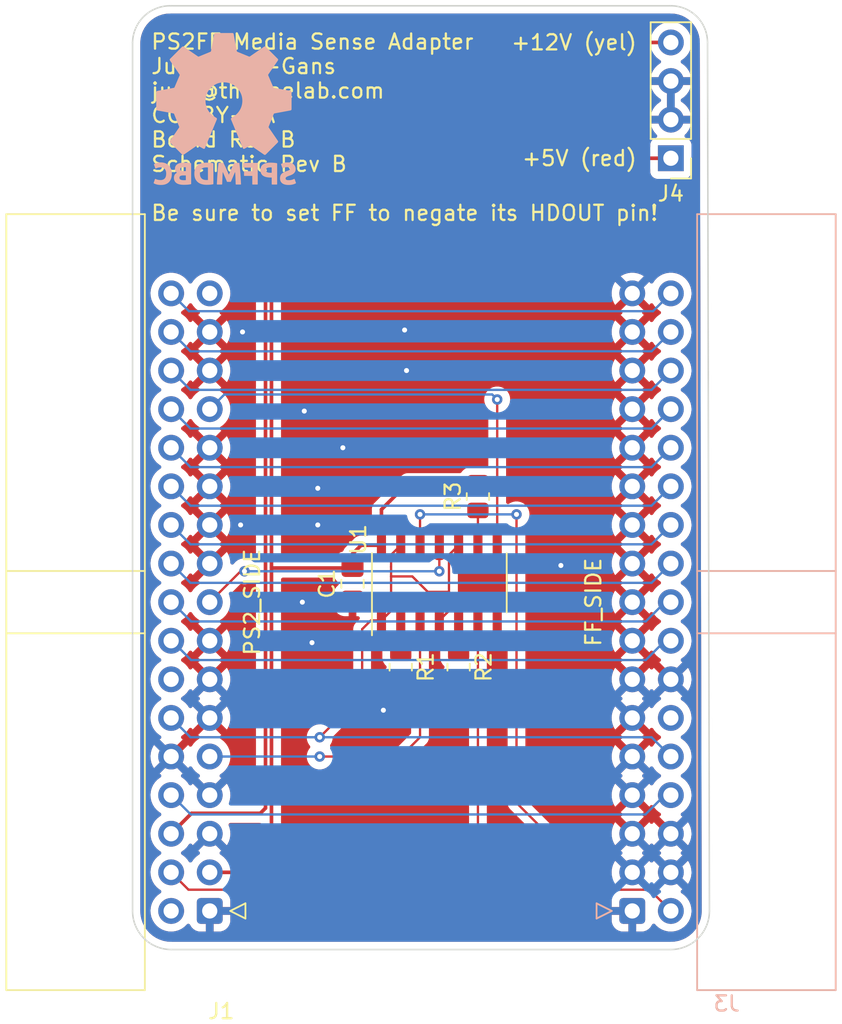
<source format=kicad_pcb>
(kicad_pcb (version 20211014) (generator pcbnew)
  (layers (0 "F.Cu" signal) (31 "B.Cu" signal) (36 "B.SilkS" user "B.Silkscreen") (37 "F.SilkS" user "F.Silkscreen") (38 "B.Mask" user) (39 "F.Mask" user) (44 "Edge.Cuts" user))
  (net 0 "")
  (net 1 "/~{DRIVE_SELECT}")
  (net 2 "GND")
  (net 3 "/DATA_RATE_1")
  (net 4 "+5V")
  (net 5 "/DRIVE1_STATUS1")
  (net 6 "+12V")
  (net 7 "/~{FF_O_INDEX}")
  (net 8 "/DRIVE0_STATUS0")
  (net 9 "/~{SECURITY_COMMAND}")
  (net 10 "/~{FF_I_MO}")
  (net 11 "/MEDIA1_STATUS3")
  (net 12 "/~{DIRECTION_IN}")
  (net 13 "/~{FF_I_STEP}")
  (net 14 "/~{FF_I_WD}")
  (net 15 "/~{FF_I_WG}")
  (net 16 "/~{FF_O_TZ}")
  (net 17 "/MEDIA0_STATUS2")
  (net 18 "/~{FF_O_WP}")
  (net 19 "/~{FF_O_RD}")
  (net 20 "/~{FF_I_SS}")
  (net 21 "/DATA_RATE_0")
  (net 22 "/~{DISKETTE_CHANGE}")
  (net 23 "/~{FF_I_DS1}")
  (net 24 "Net-(R1-Pad1)")
  (net 25 "Net-(R2-Pad1)")
  (net 26 "Net-(U1-Pad9)")
  (net 27 "/~{FF_O_DENSITY}")
  (footprint "Connector_IDC:IDC-Header_2x17_P2.54mm_Horizontal" (layer "F.Cu") (at 114.3 114.3 180)
    (fp_text reference "J1")
    (fp_text value "PS2_SIDE")
  )
  (footprint "Resistor_SMD:R_0805_2012Metric" (layer "F.Cu") (at 131.953 87.0335 90)
    (fp_text reference "R3")
    (fp_text value "1K")
  )
  (footprint "Capacitor_SMD:C_0805_2012Metric_Pad1.18x1.45mm_HandSolder" (layer "F.Cu") (at 123.698 92.772 90)
    (fp_text reference "C1")
    (fp_text value "10pF")
  )
  (footprint "Package_SO:SOIC-14_3.9x8.7mm_P1.27mm" (layer "F.Cu") (at 129.413 92.71 90)
    (fp_text reference "U1")
    (fp_text value "74LS125")
  )
  (footprint "Resistor_SMD:R_0805_2012Metric" (layer "F.Cu") (at 126.873 98.2565 -90)
    (fp_text reference "R1")
    (fp_text value "1K")
  )
  (footprint "Connector_PinHeader_2.54mm:PinHeader_1x04_P2.54mm_Vertical" (layer "F.Cu") (at 144.653 64.77 180)
    (fp_text reference "J4")
    (fp_text value "POWER")
  )
  (footprint "Resistor_SMD:R_0805_2012Metric" (layer "F.Cu") (at 130.683 98.2565 -90)
    (fp_text reference "R2")
    (fp_text value "1K")
  )
  (footprint "Connector_IDC:IDC-Header_2x17_P2.54mm_Horizontal" (layer "B.Cu") (at 142.113 114.3)
    (fp_text reference "J3")
    (fp_text value "FF_SIDE")
  )
  (gr_poly (pts (xy 115.912328 65.134099) (xy 115.892422 65.172609) (xy 115.871152 65.214963) (xy 115.848518 65.261161) (xy 115.824954 65.310275) (xy 115.800893 65.361372) (xy 115.776336 65.414454) (xy 115.751284 65.46952) (xy 115.726045 65.525889) (xy 115.70093 65.582878) (xy 115.675939 65.640487) (xy 115.651072 65.698717) (xy 115.557807 65.918982) (xy 115.464541 65.698717) (xy 115.439675 65.640487) (xy 115.414684 65.582878) (xy 115.389569 65.525889) (xy 115.364331 65.46952) (xy 115.339278 65.414454) (xy 115.314721 65.361372) (xy 115.29066 65.310275) (xy 115.267096 65.261161) (xy 115.244462 65.214963) (xy 115.223192 65.172609) (xy 115.203286 65.134099) (xy 115.184745 65.099435) (xy 114.902964 65.099435) (xy 114.893227 65.169942) (xy 114.883863 65.244542) (xy 114.874872 65.323235) (xy 114.866252 65.406021) (xy 114.858067 65.491721) (xy 114.850377 65.579157) (xy 114.843184 65.66833) (xy 114.836487 65.759239) (xy 114.824085 65.943042) (xy 114.812674 66.127341) (xy 114.802504 66.306431) (xy 114.793823 66.474606) (xy 115.095448 66.474606) (xy 115.102393 66.265255) (xy 115.111323 66.038044) (xy 115.116904 65.919726) (xy 115.123725 65.800911) (xy 115.131787 65.6816) (xy 115.141088 65.561794) (xy 115.220464 65.746341) (xy 115.263872 65.847544) (xy 115.306784 65.948747) (xy 115.348703 66.047718) (xy 115.389135 66.142224) (xy 115.456604 66.299982) (xy 115.672901 66.299982) (xy 115.703659 66.2278) (xy 115.74037 66.142224) (xy 115.780801 66.047718) (xy 115.822721 65.948747) (xy 115.865633 65.847544) (xy 115.909041 65.746341) (xy 115.988417 65.561794) (xy 115.997718 65.6816) (xy 116.00578 65.800911) (xy 116.012601 65.919726) (xy 116.018182 66.038044) (xy 116.027112 66.265255) (xy 116.034057 66.474606) (xy 116.335682 66.474606) (xy 116.327 66.306431) (xy 116.316831 66.127341) (xy 116.30542 65.943042) (xy 116.293018 65.759239) (xy 116.286321 65.66833) (xy 116.279127 65.579157) (xy 116.271438 65.491721) (xy 116.263253 65.406021) (xy 116.254633 65.323235) (xy 116.245641 65.244542) (xy 116.236277 65.169942) (xy 116.226541 65.099435) (xy 115.930869 65.099435)) (layer "B.SilkS") (width 0.05) (fill solid))
  (gr_poly (pts (xy 119.389232 65.06815) (xy 119.356273 65.069545) (xy 119.324492 65.07187) (xy 119.293889 65.075126) (xy 119.264464 65.079311) (xy 119.236218 65.084427) (xy 119.20915 65.090473) (xy 119.18326 65.09745) (xy 119.158517 65.104984) (xy 119.134891 65.112705) (xy 119.112381 65.120611) (xy 119.090987 65.128704) (xy 119.070709 65.136982) (xy 119.051547 65.145447) (xy 119.033502 65.154098) (xy 119.016573 65.162935) (xy 119.105869 65.407012) (xy 119.120458 65.399679) (xy 119.135449 65.392564) (xy 119.150843 65.385665) (xy 119.166641 65.378983) (xy 119.182841 65.372518) (xy 119.199445 65.366271) (xy 119.216452 65.36024) (xy 119.233862 65.354427) (xy 119.24278 65.351664) (xy 119.251923 65.349079) (xy 119.26129 65.346672) (xy 119.270883 65.344443) (xy 119.2807 65.342393) (xy 119.290742 65.340521) (xy 119.301009 65.338827) (xy 119.3115 65.337312) (xy 119.333158 65.334816) (xy 119.355715 65.333033) (xy 119.379171 65.331963) (xy 119.403526 65.331606) (xy 119.43033 65.332087) (xy 119.443 65.332688) (xy 119.455181 65.333529) (xy 119.466875 65.33461) (xy 119.478079 65.335932) (xy 119.488796 65.337494) (xy 119.499024 65.339296) (xy 119.508763 65.341339) (xy 119.518015 65.343621) (xy 119.526778 65.346144) (xy 119.535052 65.348908) (xy 119.542839 65.351912) (xy 119.550137 65.355156) (xy 119.556946 65.35864) (xy 119.563268 65.362364) (xy 119.566259 65.364319) (xy 119.569155 65.366337) (xy 119.571956 65.368419) (xy 119.574662 65.370565) (xy 119.577274 65.372775) (xy 119.57979 65.37505) (xy 119.582211 65.377388) (xy 119.584538 65.37979) (xy 119.586769 65.382255) (xy 119.588906 65.384785) (xy 119.590947 65.387379) (xy 119.592894 65.390037) (xy 119.594746 65.392759) (xy 119.596502 65.395544) (xy 119.598164 65.398394) (xy 119.599731 65.401308) (xy 119.601203 65.404285) (xy 119.602579 65.407327) (xy 119.603861 65.410432) (xy 119.605048 65.413602) (xy 119.60614 65.416835) (xy 119.607137 65.420132) (xy 119.608039 65.423494) (xy 119.608846 65.426919) (xy 119.609559 65.430408) (xy 119.610176 65.433961) (xy 119.611125 65.441259) (xy 119.611695 65.448813) (xy 119.611885 65.456623) (xy 119.611815 65.461289) (xy 119.611606 65.465862) (xy 119.611257 65.470342) (xy 119.610769 65.474729) (xy 119.610141 65.479024) (xy 119.609374 65.483225) (xy 119.608467 65.487333) (xy 119.60742 65.491349) (xy 119.606234 65.495271) (xy 119.604909 65.4991) (xy 119.603444 65.502837) (xy 119.601839 65.50648) (xy 119.600095 65.51003) (xy 119.598211 65.513487) (xy 119.596188 65.516852) (xy 119.594026 65.520123) (xy 119.591735 65.523328) (xy 119.589328 65.526495) (xy 119.586805 65.529622) (xy 119.584166 65.532711) (xy 119.58141 65.535761) (xy 119.578538 65.538773) (xy 119.57555 65.541745) (xy 119.572446 65.544679) (xy 119.569225 65.547574) (xy 119.565888 65.550431) (xy 119.562435 65.553248) (xy 119.558865 65.556027) (xy 119.555179 65.558767) (xy 119.551377 65.561468) (xy 119.547459 65.564131) (xy 119.543424 65.566755) (xy 119.535084 65.571902) (xy 119.526433 65.576925) (xy 119.517472 65.581824) (xy 119.508201 65.586599) (xy 119.498621 65.59125) (xy 119.48873 65.595777) (xy 119.478529 65.60018) (xy 119.468018 65.604458) (xy 119.446128 65.612954) (xy 119.423121 65.621574) (xy 119.398999 65.630317) (xy 119.37376 65.639184) (xy 119.347405 65.649091) (xy 119.321918 65.658966) (xy 119.2973 65.668811) (xy 119.273549 65.678624) (xy 119.250667 65.688406) (xy 119.228653 65.698157) (xy 119.207507 65.707878) (xy 119.187229 65.717567) (xy 119.167804 65.727442) (xy 119.149216 65.737721) (xy 119.140235 65.743011) (xy 119.131465 65.748402) (xy 119.122903 65.753894) (xy 119.114551 65.759487) (xy 119.106408 65.76518) (xy 119.098474 65.770974) (xy 119.09075 65.776869) (xy 119.083235 65.782865) (xy 119.075929 65.788962) (xy 119.068833 65.795159) (xy 119.061946 65.801457) (xy 119.055268 65.807856) (xy 119.048799 65.814375) (xy 119.04254 65.821034) (xy 119.03649 65.827832) (xy 119.030649 65.834769) (xy 119.025018 65.841846) (xy 119.019596 65.849063) (xy 119.014383 65.856419) (xy 119.009379 65.863915) (xy 119.004585 65.87155) (xy 119 65.879325) (xy 118.995624 65.887239) (xy 118.991458 65.895293) (xy 118.987501 65.903486) (xy 118.983753 65.911819) (xy 118.980214 65.920291) (xy 118.976885 65.928903) (xy 118.973761 65.937701) (xy 118.970839 65.946731) (xy 118.968118 65.955994) (xy 118.965599 65.96549) (xy 118.963281 65.975218) (xy 118.961165 65.985179) (xy 118.95925 65.995372) (xy 118.957537 66.005798) (xy 118.956026 66.016456) (xy 118.954716 66.027347) (xy 118.953607 66.038471) (xy 118.9527 66.049826) (xy 118.951995 66.061415) (xy 118.951491 66.073236) (xy 118.951189 66.08529) (xy 118.951088 66.097576) (xy 118.951615 66.121299) (xy 118.953197 66.144348) (xy 118.955832 66.166723) (xy 118.959522 66.188423) (xy 118.964266 66.209449) (xy 118.970064 66.2298) (xy 118.976916 66.249477) (xy 118.984823 66.26848) (xy 118.993783 66.286808) (xy 119.003798 66.304462) (xy 119.014867 66.321442) (xy 119.02699 66.337747) (xy 119.040168 66.353378) (xy 119.0544 66.368334) (xy 119.069686 66.382616) (xy 119.086026 66.396224) (xy 119.103428 66.409079) (xy 119.121899 66.421106) (xy 119.141441 66.432303) (xy 119.162052 66.44267) (xy 119.183733 66.452208) (xy 119.206483 66.460917) (xy 119.230304 66.468797) (xy 119.255194 66.475847) (xy 119.281153 66.482067) (xy 119.308183 66.487458) (xy 119.336282 66.49202) (xy 119.365451 66.495752) (xy 119.395689 66.498655) (xy 119.426997 66.500729) (xy 119.459375 66.501973) (xy 119.492823 66.502388) (xy 119.515364 66.502217) (xy 119.537347 66.501706) (xy 119.558772 66.500853) (xy 119.579639 66.499659) (xy 119.599948 66.498125) (xy 119.619699 66.496249) (xy 119.638891 66.494032) (xy 119.657526 66.491474) (xy 119.675618 66.488668) (xy 119.693182 66.485707) (xy 119.71022 66.482591) (xy 119.726731 66.47932) (xy 119.742714 66.475893) (xy 119.758171 66.472312) (xy 119.7731 66.468576) (xy 119.787502 66.464685) (xy 119.801393 66.460685) (xy 119.814787 66.456623) (xy 119.827686 66.452499) (xy 119.840088 66.448313) (xy 119.851994 66.444065) (xy 119.863405 66.439756) (xy 119.874319 66.435384) (xy 119.884737 66.43095) (xy 119.894705 66.426516) (xy 119.90427 66.422144) (xy 119.913433 66.417835) (xy 119.922192 66.413587) (xy 119.930548 66.409401) (xy 119.938501 66.405278) (xy 119.946051 66.401216) (xy 119.953198 66.397216) (xy 119.865885 66.151153) (xy 119.850056 66.159478) (xy 119.833329 66.167586) (xy 119.815702 66.175477) (xy 119.797176 66.183151) (xy 119.777751 66.190608) (xy 119.757426 66.197848) (xy 119.736203 66.20487) (xy 119.71408 66.211676) (xy 119.702635 66.21492) (xy 119.690872 66.217955) (xy 119.678792 66.22078) (xy 119.666393 66.223396) (xy 119.640643 66.228001) (xy 119.613621 66.231768) (xy 119.585329 66.234698) (xy 119.555764 66.236791) (xy 119.524929 66.238047) (xy 119.492823 66.238466) (xy 119.476808 66.238295) (xy 119.461507 66.237784) (xy 119.446918 66.236931) (xy 119.433043 66.235737) (xy 119.419881 66.234202) (xy 119.407432 66.232327) (xy 119.395697 66.23011) (xy 119.384674 66.227552) (xy 119.374272 66.224699) (xy 119.364396 66.221599) (xy 119.359656 66.219955) (xy 119.355048 66.21825) (xy 119.350572 66.216483) (xy 119.346227 66.214654) (xy 119.342014 66.212762) (xy 119.337933 66.210809) (xy 119.333983 66.208794) (xy 119.330166 66.206716) (xy 119.32648 66.204577) (xy 119.322926 66.202376) (xy 119.319504 66.200112) (xy 119.316213 66.197787) (xy 119.313051 66.195403) (xy 119.310012 66.192965) (xy 119.307097 66.190473) (xy 119.304307 66.187926) (xy 119.30164 66.185326) (xy 119.299098 66.182671) (xy 119.296679 66.179962) (xy 119.294385 66.177198) (xy 119.292215 66.17438) (xy 119.290168 66.171509) (xy 119.288246 66.168582) (xy 119.286448 66.165602) (xy 119.284773 66.162567) (xy 119.283223 66.159478) (xy 119.281797 66.156335) (xy 119.280494 66.153138) (xy 119.279293 66.14989) (xy 119.278169 66.146596) (xy 119.277123 66.143255) (xy 119.276154 66.139867) (xy 119.275262 66.136433) (xy 119.274448 66.132953) (xy 119.273712 66.129426) (xy 119.273053 66.125852) (xy 119.272472 66.122233) (xy 119.271968 66.118566) (xy 119.271541 66.114853) (xy 119.271193 66.111094) (xy 119.270921 66.107288) (xy 119.270728 66.103435) (xy 119.270611 66.099536) (xy 119.270573 66.095591) (xy 119.270821 66.087246) (xy 119.271565 66.07908) (xy 119.272805 66.071092) (xy 119.274541 66.063282) (xy 119.276774 66.055651) (xy 119.279502 66.048198) (xy 119.282727 66.040923) (xy 119.286448 66.033827) (xy 119.290664 66.026908) (xy 119.295377 66.020168) (xy 119.300586 66.013607) (xy 119.306291 66.007224) (xy 119.312492 66.001019) (xy 119.31919 65.994992) (xy 119.326383 65.989143) (xy 119.334072 65.983473) (xy 119.342367 65.977865) (xy 119.351374 65.972203) (xy 119.361094 65.966486) (xy 119.371528 65.960715) (xy 119.382674 65.95489) (xy 119.394534 65.949011) (xy 119.407107 65.943077) (xy 119.420393 65.937089) (xy 119.449104 65.92495) (xy 119.480668 65.912594) (xy 119.515085 65.900021) (xy 119.552354 65.887231) (xy 119.569221 65.881169) (xy 119.586088 65.874891) (xy 119.602955 65.868395) (xy 119.619823 65.861682) (xy 119.63669 65.854752) (xy 119.653557 65.847606) (xy 119.670424 65.840242) (xy 119.687291 65.832661) (xy 119.703941 65.824724) (xy 119.720157 65.81629) (xy 119.735939 65.807361) (xy 119.751287 65.797935) (xy 119.766201 65.788013) (xy 119.780681 65.777595) (xy 119.794727 65.766681) (xy 119.808338 65.75527) (xy 119.814958 65.749364) (xy 119.821423 65.743302) (xy 119.827732 65.737085) (xy 119.833887 65.730714) (xy 119.839887 65.724187) (xy 119.845731 65.717505) (xy 119.851421 65.710668) (xy 119.856955 65.703676) (xy 119.862335 65.696529) (xy 119.867559 65.689228) (xy 119.872629 65.681771) (xy 119.877543 65.674159) (xy 119.882303 65.666392) (xy 119.886907 65.65847) (xy 119.891356 65.650393) (xy 119.895651 65.642161) (xy 119.899736 65.633739) (xy 119.903557 65.625092) (xy 119.907115 65.616221) (xy 119.910409 65.607125) (xy 119.91344 65.597804) (xy 119.916208 65.588258) (xy 119.918711 65.578487) (xy 119.920951 65.568492) (xy 119.922928 65.558271) (xy 119.924641 65.547826) (xy 119.926091 65.537156) (xy 119.927277 65.526262) (xy 119.928199 65.515142) (xy 119.928858 65.503798) (xy 119.929253 65.492229) (xy 119.929385 65.480435) (xy 119.929246 65.468602) (xy 119.928827 65.456917) (xy 119.928129 65.445379) (xy 119.927153 65.433988) (xy 119.925897 65.422744) (xy 119.924362 65.411648) (xy 119.922548 65.400699) (xy 119.920455 65.389898) (xy 119.918083 65.379243) (xy 119.915432 65.368736) (xy 119.912502 65.358376) (xy 119.909293 65.348164) (xy 119.905805 65.338098) (xy 119.902038 65.32818) (xy 119.897992 65.318409) (xy 119.893666 65.308786) (xy 119.889085 65.299325) (xy 119.884271 65.290043) (xy 119.879225 65.280939) (xy 119.873947 65.272013) (xy 119.868435 65.263266) (xy 119.862691 65.254697) (xy 119.856715 65.246306) (xy 119.850506 65.238093) (xy 119.844065 65.230059) (xy 119.837391 65.222202) (xy 119.830484 65.214525) (xy 119.823345 65.207025) (xy 119.815973 65.199704) (xy 119.808369 65.192561) (xy 119.800532 65.185596) (xy 119.792463 65.17881) (xy 119.784169 65.172209) (xy 119.775658 65.165803) (xy 119.76693 65.15959) (xy 119.757985 65.153571) (xy 119.748822 65.147746) (xy 119.739443 65.142114) (xy 119.729847 65.136677) (xy 119.720033 65.131433) (xy 119.710003 65.126383) (xy 119.699756 65.121526) (xy 119.689291 65.116864) (xy 119.67861 65.112395) (xy 119.667711 65.10812) (xy 119.656595 65.104039) (xy 119.645263 65.100152) (xy 119.633713 65.096458) (xy 119.621962 65.092974) (xy 119.610025 65.089714) (xy 119.585592 65.08387) (xy 119.560415 65.078924) (xy 119.534494 65.074878) (xy 119.507829 65.071731) (xy 119.48042 65.069483) (xy 119.452267 65.068134) (xy 119.423369 65.067685)) (layer "B.SilkS") (width 0.05) (fill solid))
  (gr_poly (pts (xy 114.671837 56.552795) (xy 114.669318 56.552982) (xy 114.666813 56.55329) (xy 114.664323 56.553716) (xy 114.661854 56.554257) (xy 114.659408 56.554909) (xy 114.65699 56.55567) (xy 114.654602 56.556536) (xy 114.65225 56.557505) (xy 114.649936 56.558573) (xy 114.647665 56.559738) (xy 114.64544 56.560995) (xy 114.643264 56.562343) (xy 114.641142 56.563778) (xy 114.639077 56.565296) (xy 114.637074 56.566895) (xy 114.635135 56.568572) (xy 114.633264 56.570324) (xy 114.631466 56.572147) (xy 114.629743 56.574039) (xy 114.6281 56.575996) (xy 114.626541 56.578015) (xy 114.625069 56.580093) (xy 114.623687 56.582228) (xy 114.6224 56.584415) (xy 114.621212 56.586653) (xy 114.620125 56.588937) (xy 114.619144 56.591265) (xy 114.618273 56.593634) (xy 114.617515 56.59604) (xy 114.616874 56.59848) (xy 114.616353 56.600952) (xy 114.407001 57.72563) (xy 114.406472 57.728122) (xy 114.40583 57.730623) (xy 114.404221 57.735632) (xy 114.402201 57.740626) (xy 114.399799 57.745572) (xy 114.397043 57.750436) (xy 114.393962 57.755187) (xy 114.390583 57.759792) (xy 114.386935 57.764218) (xy 114.383045 57.768432) (xy 114.378943 57.772402) (xy 114.374656 57.776094) (xy 114.370213 57.779478) (xy 114.365641 57.782519) (xy 114.36097 57.785185) (xy 114.358605 57.786367) (xy 114.356226 57.787444) (xy 114.353836 57.78841) (xy 114.351439 57.789262) (xy 113.597641 58.097832) (xy 113.592958 58.099894) (xy 113.587992 58.101616) (xy 113.582786 58.103001) (xy 113.577383 58.104053) (xy 113.571829 58.104774) (xy 113.566166 58.105168) (xy 113.560438 58.105237) (xy 113.554688 58.104985) (xy 113.548961 58.104413) (xy 113.543301 58.103527) (xy 113.53775 58.102327) (xy 113.532353 58.100818) (xy 113.527153 58.099003) (xy 113.522194 58.096884) (xy 113.517519 58.094464) (xy 113.513173 58.091747) (xy 112.573572 57.446957) (xy 112.571455 57.445579) (xy 112.569276 57.444307) (xy 112.567039 57.443143) (xy 112.564749 57.442085) (xy 112.562411 57.441133) (xy 112.560029 57.440286) (xy 112.557608 57.439545) (xy 112.555153 57.438908) (xy 112.552669 57.438376) (xy 112.550161 57.437947) (xy 112.545091 57.4374) (xy 112.53998 57.437262) (xy 112.534868 57.437532) (xy 112.529792 57.438204) (xy 112.524791 57.439276) (xy 112.519903 57.440744) (xy 112.517513 57.441625) (xy 112.515166 57.442604) (xy 112.512866 57.443681) (xy 112.510618 57.444854) (xy 112.508428 57.446124) (xy 112.506299 57.447489) (xy 112.504236 57.44895) (xy 112.502245 57.450507) (xy 112.50033 57.452158) (xy 112.498496 57.453903) (xy 111.707193 58.245205) (xy 111.705448 58.24704) (xy 111.703799 58.248955) (xy 111.702244 58.250947) (xy 111.700785 58.253011) (xy 111.699422 58.255141) (xy 111.698156 58.257334) (xy 111.695913 58.261885) (xy 111.694061 58.266627) (xy 111.692601 58.271521) (xy 111.691537 58.276528) (xy 111.690872 58.28161) (xy 111.690608 58.286729) (xy 111.690749 58.291845) (xy 111.691297 58.296921) (xy 111.692255 58.301918) (xy 111.693626 58.306798) (xy 111.694468 58.309181) (xy 111.695414 58.311521) (xy 111.696464 58.313813) (xy 111.69762 58.316051) (xy 111.698881 58.31823) (xy 111.700249 58.320347) (xy 112.333794 59.243743) (xy 112.336518 59.248107) (xy 112.338937 59.252789) (xy 112.341046 59.257746) (xy 112.342843 59.262934) (xy 112.344326 59.268312) (xy 112.345491 59.273837) (xy 112.346335 59.279467) (xy 112.346858 59.285158) (xy 112.347054 59.290869) (xy 112.346922 59.296557) (xy 112.346459 59.302179) (xy 112.345663 59.307692) (xy 112.34453 59.313055) (xy 112.343058 59.318225) (xy 112.341244 59.323159) (xy 112.339085 59.327814) (xy 112.005776 60.105424) (xy 112.003872 60.110199) (xy 112.001532 60.11493) (xy 111.998788 60.11959) (xy 111.995673 60.124149) (xy 111.992221 60.12858) (xy 111.988464 60.132854) (xy 111.984436 60.136944) (xy 111.980169 60.140821) (xy 111.975697 60.144457) (xy 111.971052 60.147823) (xy 111.966268 60.150892) (xy 111.961378 60.153636) (xy 111.956415 60.156025) (xy 111.951411 60.158033) (xy 111.9464 60.15963) (xy 111.941416 60.160789) (xy 110.854045 60.362996) (xy 110.851579 60.363529) (xy 110.849144 60.364181) (xy 110.846743 60.364948) (xy 110.84438 60.365828) (xy 110.842056 60.366817) (xy 110.839777 60.36791) (xy 110.837543 60.369105) (xy 110.83536 60.370397) (xy 110.831154 60.37326) (xy 110.827185 60.376469) (xy 110.823477 60.379994) (xy 110.820054 60.383807) (xy 110.816943 60.387879) (xy 110.814167 60.392179) (xy 110.811752 60.396678) (xy 110.810687 60.398993) (xy 110.809722 60.401347) (xy 110.80886 60.403737) (xy 110.808103 60.406157) (xy 110.807455 60.408606) (xy 110.806919 60.411079) (xy 110.806498 60.413572) (xy 110.806195 60.416082) (xy 110.806014 60.418605) (xy 110.805957 60.421138) (xy 110.806089 61.540259) (xy 110.806153 61.542787) (xy 110.80634 61.545306) (xy 110.806649 61.547813) (xy 110.807076 61.550305) (xy 110.807618 61.552778) (xy 110.808272 61.555227) (xy 110.809035 61.557649) (xy 110.809903 61.56004) (xy 110.810874 61.562397) (xy 110.811944 61.564715) (xy 110.81311 61.566991) (xy 110.81437 61.569222) (xy 110.81572 61.571402) (xy 110.817156 61.573529) (xy 110.818677 61.575599) (xy 110.820277 61.577607) (xy 110.821956 61.579551) (xy 110.823709 61.581425) (xy 110.825533 61.583228) (xy 110.827425 61.584954) (xy 110.829382 61.5866) (xy 110.831401 61.588162) (xy 110.833479 61.589636) (xy 110.835613 61.591019) (xy 110.837799 61.592307) (xy 110.840034 61.593495) (xy 110.842316 61.594581) (xy 110.844641 61.59556) (xy 110.847006 61.596429) (xy 110.849407 61.597184) (xy 110.851843 61.59782) (xy 110.854309 61.598335) (xy 111.914958 61.795714) (xy 111.917455 61.796226) (xy 111.919957 61.796854) (xy 111.922461 61.797593) (xy 111.924962 61.798442) (xy 111.92994 61.800449) (xy 111.934861 61.802846) (xy 111.939692 61.805605) (xy 111.944402 61.808695) (xy 111.948959 61.812089) (xy 111.953331 61.815757) (xy 111.957487 61.81967) (xy 111.961396 61.823798) (xy 111.965024 61.828114) (xy 111.968341 61.832587) (xy 111.971316 61.837189) (xy 111.973915 61.84189) (xy 111.976108 61.846662) (xy 111.977042 61.849066) (xy 111.977863 61.851476) (xy 112.308988 62.678629) (xy 112.311037 62.683334) (xy 112.312745 62.688317) (xy 112.314115 62.693534) (xy 112.315152 62.698943) (xy 112.315857 62.7045) (xy 112.316236 62.710163) (xy 112.316291 62.715888) (xy 112.316025 62.721632) (xy 112.315442 62.727352) (xy 112.314546 62.733005) (xy 112.313339 62.738547) (xy 112.311826 62.743937) (xy 112.310009 62.749129) (xy 112.307892 62.754082) (xy 112.305478 62.758753) (xy 112.302771 62.763097) (xy 111.70025 63.641051) (xy 111.698871 63.643168) (xy 111.697599 63.645348) (xy 111.696435 63.647587) (xy 111.695377 63.64988) (xy 111.694425 63.652221) (xy 111.693578 63.654607) (xy 111.692837 63.657031) (xy 111.6922 63.65949) (xy 111.691668 63.661979) (xy 111.691239 63.664492) (xy 111.690692 63.669574) (xy 111.690555 63.674696) (xy 111.690824 63.679821) (xy 111.691496 63.684909) (xy 111.692568 63.689922) (xy 111.694036 63.694822) (xy 111.694917 63.697216) (xy 111.695896 63.699568) (xy 111.696972 63.701873) (xy 111.698146 63.704124) (xy 111.699415 63.706319) (xy 111.700781 63.708451) (xy 111.702242 63.710515) (xy 111.703798 63.712508) (xy 111.705449 63.714424) (xy 111.707194 63.716259) (xy 112.498629 64.507561) (xy 112.500452 64.509294) (xy 112.502357 64.510934) (xy 112.504339 64.51248) (xy 112.506394 64.513932) (xy 112.508517 64.515288) (xy 112.510703 64.51655) (xy 112.515243 64.518786) (xy 112.519978 64.520635) (xy 112.524866 64.522095) (xy 112.529871 64.523163) (xy 112.534952 64.523833) (xy 112.540071 64.524104) (xy 112.545189 64.523971) (xy 112.550268 64.523432) (xy 112.555268 64.522481) (xy 112.56015 64.521117) (xy 112.562535 64.520279) (xy 112.564876 64.519336) (xy 112.567169 64.518288) (xy 112.569408 64.517134) (xy 112.571588 64.515873) (xy 112.573705 64.514507) (xy 113.43618 63.922568) (xy 113.440516 63.919869) (xy 113.445159 63.917503) (xy 113.450069 63.915469) (xy 113.455201 63.91377) (xy 113.460516 63.912406) (xy 113.465969 63.911378) (xy 113.47152 63.910686) (xy 113.477125 63.910331) (xy 113.482742 63.910314) (xy 113.48833 63.910636) (xy 113.493845 63.911297) (xy 113.499246 63.912299) (xy 113.504491 63.913642) (xy 113.509537 63.915326) (xy 113.514341 63.917353) (xy 113.518863 63.919724) (xy 113.899201 64.122791) (xy 113.901475 64.123873) (xy 113.903769 64.124823) (xy 113.906077 64.125645) (xy 113.908396 64.126338) (xy 113.910722 64.126906) (xy 113.913051 64.127348) (xy 113.915379 64.127667) (xy 113.917702 64.127864) (xy 113.920017 64.12794) (xy 113.922319 64.127898) (xy 113.924604 64.127737) (xy 113.926868 64.127461) (xy 113.929108 64.12707) (xy 113.931319 64.126565) (xy 113.933497 64.125949) (xy 113.935639 64.125222) (xy 113.937741 64.124387) (xy 113.939798 64.123444) (xy 113.941806 64.122395) (xy 113.943762 64.121241) (xy 113.945662 64.119985) (xy 113.947502 64.118626) (xy 113.949277 64.117168) (xy 113.950984 64.115611) (xy 113.952619 64.113956) (xy 113.954178 64.112206) (xy 113.955656 64.110361) (xy 113.957051 64.108423) (xy 113.958357 64.106394) (xy 113.959572 64.104275) (xy 113.96069 64.102068) (xy 113.961709 64.099773) (xy 114.745868 62.204827) (xy 114.746775 62.20247) (xy 114.747561 62.200077) (xy 114.748229 62.197652) (xy 114.74878 62.195201) (xy 114.749216 62.192728) (xy 114.749537 62.190237) (xy 114.749745 62.187732) (xy 114.749843 62.185219) (xy 114.749831 62.182701) (xy 114.749711 62.180184) (xy 114.749485 62.177672) (xy 114.749154 62.175168) (xy 114.748719 62.172679) (xy 114.748183 62.170208) (xy 114.747546 62.167759) (xy 114.746811 62.165338) (xy 114.745978 62.162948) (xy 114.745049 62.160595) (xy 114.744026 62.158283) (xy 114.742911 62.156016) (xy 114.741704 62.153799) (xy 114.740408 62.151636) (xy 114.739023 62.149532) (xy 114.737552 62.147491) (xy 114.735996 62.145518) (xy 114.734356 62.143617) (xy 114.732635 62.141793) (xy 114.730833 62.140051) (xy 114.728951 62.138394) (xy 114.726993 62.136828) (xy 114.724958 62.135357) (xy 114.722849 62.133985) (xy 114.627665 62.07571) (xy 114.620814 62.071347) (xy 114.6135 62.066367) (xy 114.60586 62.060879) (xy 114.598032 62.05499) (xy 114.590155 62.04881) (xy 114.582366 62.042447) (xy 114.574803 62.03601) (xy 114.567605 62.029607) (xy 114.504595 61.986478) (xy 114.444461 61.93965) (xy 114.387366 61.889287) (xy 114.333476 61.835551) (xy 114.282953 61.778607) (xy 114.235962 61.718616) (xy 114.192668 61.655743) (xy 114.153234 61.59015) (xy 114.117825 61.522001) (xy 114.086604 61.451459) (xy 114.059737 61.378686) (xy 114.037386 61.303847) (xy 114.019716 61.227103) (xy 114.006892 61.148619) (xy 113.999077 61.068558) (xy 113.996436 60.987082) (xy 113.998046 60.923392) (xy 114.002825 60.860537) (xy 114.010696 60.798597) (xy 114.02158 60.737648) (xy 114.035399 60.677769) (xy 114.052076 60.619037) (xy 114.071534 60.56153) (xy 114.093694 60.505326) (xy 114.118478 60.450502) (xy 114.145809 60.397137) (xy 114.175609 60.345308) (xy 114.207801 60.295092) (xy 114.242305 60.246568) (xy 114.279046 60.199814) (xy 114.317944 60.154906) (xy 114.358923 60.111923) (xy 114.401904 60.070943) (xy 114.44681 60.032044) (xy 114.493562 59.995302) (xy 114.542084 59.960796) (xy 114.592297 59.928604) (xy 114.644123 59.898803) (xy 114.697485 59.871472) (xy 114.752306 59.846687) (xy 114.808506 59.824527) (xy 114.866009 59.805069) (xy 114.924737 59.788392) (xy 114.984611 59.774572) (xy 115.045555 59.763688) (xy 115.10749 59.755818) (xy 115.170339 59.751038) (xy 115.234024 59.749428) (xy 115.297709 59.751038) (xy 115.360558 59.755818) (xy 115.422494 59.763688) (xy 115.483439 59.774572) (xy 115.543315 59.788392) (xy 115.602045 59.805069) (xy 115.65955 59.824527) (xy 115.715753 59.846687) (xy 115.770575 59.871472) (xy 115.82394 59.898803) (xy 115.875769 59.928604) (xy 115.925985 59.960796) (xy 115.97451 59.995302) (xy 116.021265 60.032044) (xy 116.066174 60.070943) (xy 116.109158 60.111923) (xy 116.15014 60.154906) (xy 116.189041 60.199814) (xy 116.225785 60.246568) (xy 116.260293 60.295092) (xy 116.292487 60.345308) (xy 116.32229 60.397137) (xy 116.349623 60.450502) (xy 116.37441 60.505326) (xy 116.396572 60.56153) (xy 116.416032 60.619037) (xy 116.432711 60.677769) (xy 116.446532 60.737648) (xy 116.457417 60.798597) (xy 116.465288 60.860537) (xy 116.470068 60.923392) (xy 116.471679 60.987082) (xy 116.471015 61.027987) (xy 116.469036 61.068558) (xy 116.465764 61.108776) (xy 116.461219 61.148619) (xy 116.455422 61.188069) (xy 116.448392 61.227103) (xy 116.440151 61.265703) (xy 116.430719 61.303847) (xy 116.420116 61.341515) (xy 116.408364 61.378686) (xy 116.395483 61.415341) (xy 116.381492 61.451459) (xy 116.366414 61.487019) (xy 116.350268 61.522001) (xy 116.314855 61.590151) (xy 116.275419 61.655743) (xy 116.232123 61.718617) (xy 116.185132 61.778607) (xy 116.134611 61.835552) (xy 116.080723 61.889287) (xy 116.023634 61.93965) (xy 115.963508 61.986478) (xy 115.900509 62.029607) (xy 115.89327 62.03601) (xy 115.885681 62.042447) (xy 115.877877 62.04881) (xy 115.869991 62.05499) (xy 115.862158 62.060879) (xy 115.854512 62.066367) (xy 115.847186 62.071347) (xy 115.840316 62.07571) (xy 115.745132 62.133985) (xy 115.743012 62.135357) (xy 115.740966 62.136828) (xy 115.738998 62.138394) (xy 115.737108 62.140051) (xy 115.735299 62.141793) (xy 115.73357 62.143617) (xy 115.730364 62.147491) (xy 115.727502 62.151636) (xy 115.724995 62.156016) (xy 115.722856 62.160595) (xy 115.721097 62.165338) (xy 115.719729 62.170208) (xy 115.718764 62.175168) (xy 115.718214 62.180184) (xy 115.718092 62.185219) (xy 115.718409 62.190237) (xy 115.718736 62.192728) (xy 115.719177 62.195201) (xy 115.719734 62.197652) (xy 115.720408 62.200077) (xy 115.721201 62.20247) (xy 115.722113 62.204827) (xy 116.506338 64.099707) (xy 116.507357 64.102002) (xy 116.508476 64.10421) (xy 116.509691 64.10633) (xy 116.510999 64.108361) (xy 116.512395 64.1103) (xy 116.513875 64.112146) (xy 116.515436 64.113898) (xy 116.517072 64.115554) (xy 116.518781 64.117113) (xy 116.520559 64.118574) (xy 116.5224 64.119934) (xy 116.524302 64.121193) (xy 116.52626 64.122349) (xy 116.528271 64.1234) (xy 116.53033 64.124344) (xy 116.532433 64.125182) (xy 116.534576 64.12591) (xy 116.536756 64.126527) (xy 116.538968 64.127033) (xy 116.541208 64.127424) (xy 116.543473 64.127701) (xy 116.545758 64.127861) (xy 116.548059 64.127904) (xy 116.550373 64.127826) (xy 116.552695 64.127628) (xy 116.555021 64.127307) (xy 116.557348 64.126862) (xy 116.559671 64.126292) (xy 116.561986 64.125595) (xy 116.56429 64.124769) (xy 116.566578 64.123813) (xy 116.568846 64.122726) (xy 116.949185 63.919658) (xy 116.953695 63.917288) (xy 116.958492 63.915263) (xy 116.963532 63.913582) (xy 116.968773 63.912243) (xy 116.974173 63.911245) (xy 116.979688 63.910588) (xy 116.985278 63.91027) (xy 116.990898 63.91029) (xy 116.996506 63.910648) (xy 117.00206 63.911341) (xy 117.007518 63.91237) (xy 117.012836 63.913733) (xy 117.017973 63.915429) (xy 117.022885 63.917456) (xy 117.027531 63.919814) (xy 117.031867 63.922503) (xy 117.894276 64.514442) (xy 117.896399 64.515808) (xy 117.898584 64.517068) (xy 117.900827 64.518222) (xy 117.903124 64.51927) (xy 117.905468 64.520214) (xy 117.907856 64.521052) (xy 117.910282 64.521786) (xy 117.912742 64.522416) (xy 117.915231 64.522942) (xy 117.917745 64.523366) (xy 117.922825 64.523906) (xy 117.927943 64.524038) (xy 117.933063 64.523768) (xy 117.938144 64.523097) (xy 117.943149 64.52203) (xy 117.948039 64.52057) (xy 117.950428 64.519693) (xy 117.952775 64.51872) (xy 117.955074 64.51765) (xy 117.95732 64.516484) (xy 117.959508 64.515223) (xy 117.961634 64.513866) (xy 117.963693 64.512415) (xy 117.96568 64.510869) (xy 117.96759 64.509229) (xy 117.969418 64.507496) (xy 118.760853 63.716193) (xy 118.762592 63.714359) (xy 118.764237 63.712443) (xy 118.765788 63.71045) (xy 118.767245 63.708385) (xy 118.768606 63.706253) (xy 118.769871 63.704059) (xy 118.772114 63.699503) (xy 118.773969 63.694756) (xy 118.775433 63.689857) (xy 118.776503 63.684843) (xy 118.777174 63.679755) (xy 118.777444 63.674631) (xy 118.777309 63.669508) (xy 118.776766 63.664427) (xy 118.77581 63.659425) (xy 118.774439 63.654541) (xy 118.773597 63.652155) (xy 118.772649 63.649814) (xy 118.771596 63.647521) (xy 118.770436 63.645283) (xy 118.769171 63.643102) (xy 118.767798 63.640985) (xy 118.165342 62.763031) (xy 118.162612 62.758687) (xy 118.16018 62.754017) (xy 118.158049 62.749064) (xy 118.156221 62.743871) (xy 118.1547 62.738482) (xy 118.153488 62.732939) (xy 118.152589 62.727286) (xy 118.152005 62.721566) (xy 118.15174 62.715822) (xy 118.151797 62.710098) (xy 118.152178 62.704435) (xy 118.152887 62.698877) (xy 118.153926 62.693469) (xy 118.155299 62.688251) (xy 118.157009 62.683268) (xy 118.159058 62.678564) (xy 118.490184 61.85141) (xy 118.491 61.849) (xy 118.49193 61.846596) (xy 118.494119 61.841824) (xy 118.496719 61.837123) (xy 118.499698 61.832521) (xy 118.503022 61.828048) (xy 118.506661 61.823733) (xy 118.510581 61.819604) (xy 118.514749 61.815691) (xy 118.519134 61.812023) (xy 118.523702 61.80863) (xy 118.528422 61.805539) (xy 118.533261 61.80278) (xy 118.538186 61.800383) (xy 118.543165 61.798376) (xy 118.548165 61.796788) (xy 118.550664 61.796161) (xy 118.553155 61.795649) (xy 119.613803 61.59827) (xy 119.616275 61.597755) (xy 119.618716 61.597118) (xy 119.621122 61.596364) (xy 119.623491 61.595495) (xy 119.625819 61.594516) (xy 119.628103 61.59343) (xy 119.63034 61.592241) (xy 119.632528 61.590953) (xy 119.634662 61.58957) (xy 119.636741 61.588096) (xy 119.640717 61.584888) (xy 119.644432 61.58136) (xy 119.64786 61.577541) (xy 119.650978 61.573463) (xy 119.65376 61.569156) (xy 119.656182 61.564649) (xy 119.658219 61.559974) (xy 119.659086 61.557583) (xy 119.659847 61.555161) (xy 119.660499 61.552712) (xy 119.66104 61.550239) (xy 119.661465 61.547748) (xy 119.661774 61.54524) (xy 119.661961 61.542721) (xy 119.662024 61.540194) (xy 119.66209 60.421072) (xy 119.662027 60.418546) (xy 119.66184 60.416028) (xy 119.661533 60.413523) (xy 119.661108 60.411035) (xy 119.660569 60.408566) (xy 119.659918 60.406122) (xy 119.659159 60.403705) (xy 119.658295 60.40132) (xy 119.657328 60.398969) (xy 119.656262 60.396657) (xy 119.655099 60.394387) (xy 119.653844 60.392163) (xy 119.652498 60.389988) (xy 119.651065 60.387867) (xy 119.649549 60.385803) (xy 119.647951 60.383799) (xy 119.646276 60.38186) (xy 119.644525 60.379989) (xy 119.642703 60.378189) (xy 119.640812 60.376465) (xy 119.638855 60.37482) (xy 119.636836 60.373258) (xy 119.634757 60.371782) (xy 119.632622 60.370396) (xy 119.630433 60.369104) (xy 119.628194 60.36791) (xy 119.625907 60.366817) (xy 119.623576 60.365828) (xy 119.621204 60.364948) (xy 119.618793 60.364181) (xy 119.616347 60.363529) (xy 119.613869 60.362996) (xy 118.526564 60.160789) (xy 118.524065 60.160266) (xy 118.521557 60.15963) (xy 118.516528 60.158033) (xy 118.51151 60.156025) (xy 118.506537 60.153636) (xy 118.50164 60.150892) (xy 118.496852 60.147823) (xy 118.492207 60.144457) (xy 118.487737 60.140821) (xy 118.483474 60.136944) (xy 118.479452 60.132854) (xy 118.475703 60.12858) (xy 118.472261 60.124149) (xy 118.469157 60.11959) (xy 118.466424 60.11493) (xy 118.464096 60.110199) (xy 118.463094 60.107816) (xy 118.462205 60.105424) (xy 118.128829 59.327814) (xy 118.126683 59.323159) (xy 118.124879 59.318225) (xy 118.123415 59.313055) (xy 118.122288 59.307692) (xy 118.121496 59.302179) (xy 118.121036 59.296557) (xy 118.120904 59.290869) (xy 118.121099 59.285158) (xy 118.121616 59.279467) (xy 118.122454 59.273837) (xy 118.12361 59.268312) (xy 118.125081 59.262934) (xy 118.126863 59.257746) (xy 118.128955 59.252789) (xy 118.131353 59.248107) (xy 118.134055 59.243743) (xy 118.767666 58.320347) (xy 118.769044 58.31823) (xy 118.770315 58.316051) (xy 118.771479 58.313813) (xy 118.772536 58.311521) (xy 118.773486 58.309181) (xy 118.774331 58.306798) (xy 118.775071 58.304375) (xy 118.775706 58.301918) (xy 118.776236 58.299432) (xy 118.776663 58.296921) (xy 118.777206 58.291845) (xy 118.777339 58.286729) (xy 118.777067 58.28161) (xy 118.776392 58.276528) (xy 118.775318 58.271521) (xy 118.77385 58.266627) (xy 118.772969 58.264235) (xy 118.771991 58.261885) (xy 118.770916 58.259583) (xy 118.769745 58.257334) (xy 118.768478 58.255141) (xy 118.767115 58.253011) (xy 118.765658 58.250947) (xy 118.764106 58.248955) (xy 118.76246 58.24704) (xy 118.760721 58.245205) (xy 117.969351 57.453903) (xy 117.967523 57.452158) (xy 117.965613 57.450507) (xy 117.963626 57.448951) (xy 117.961567 57.447489) (xy 117.959441 57.446124) (xy 117.957253 57.444854) (xy 117.952708 57.442604) (xy 117.947972 57.440744) (xy 117.943082 57.439276) (xy 117.938077 57.438204) (xy 117.932996 57.437532) (xy 117.927877 57.437263) (xy 117.922758 57.4374) (xy 117.917678 57.437947) (xy 117.912676 57.438908) (xy 117.907789 57.440287) (xy 117.905401 57.441133) (xy 117.903057 57.442085) (xy 117.900761 57.443143) (xy 117.898518 57.444308) (xy 117.896332 57.445579) (xy 117.894209 57.446958) (xy 116.954674 58.091747) (xy 116.95034 58.094464) (xy 116.945676 58.096884) (xy 116.940725 58.099003) (xy 116.935532 58.100818) (xy 116.930141 58.102327) (xy 116.924594 58.103527) (xy 116.918935 58.104413) (xy 116.913209 58.104985) (xy 116.907459 58.105237) (xy 116.901729 58.105168) (xy 116.896062 58.104775) (xy 116.890502 58.104053) (xy 116.885092 58.103002) (xy 116.879878 58.101616) (xy 116.874901 58.099894) (xy 116.870206 58.097833) (xy 116.116342 57.789262) (xy 116.111544 57.787444) (xy 116.106792 57.785185) (xy 116.102115 57.782519) (xy 116.09754 57.779478) (xy 116.093096 57.776094) (xy 116.088809 57.772402) (xy 116.084709 57.768432) (xy 116.080822 57.764218) (xy 116.077177 57.759792) (xy 116.073802 57.755187) (xy 116.070725 57.750436) (xy 116.067973 57.745572) (xy 116.065575 57.740626) (xy 116.063558 57.735632) (xy 116.06195 57.730623) (xy 116.06078 57.72563) (xy 115.851494 56.600952) (xy 115.850974 56.59848) (xy 115.850333 56.59604) (xy 115.849575 56.593634) (xy 115.848703 56.591265) (xy 115.847723 56.588937) (xy 115.846636 56.586653) (xy 115.845448 56.584415) (xy 115.844161 56.582228) (xy 115.84278 56.580093) (xy 115.841309 56.578015) (xy 115.838108 56.574039) (xy 115.834589 56.570324) (xy 115.830782 56.566895) (xy 115.826718 56.563778) (xy 115.822424 56.560995) (xy 115.817933 56.558573) (xy 115.815622 56.557505) (xy 115.813273 56.556536) (xy 115.81089 56.55567) (xy 115.808475 56.554909) (xy 115.806034 56.554257) (xy 115.803569 56.553716) (xy 115.801085 56.55329) (xy 115.798584 56.552982) (xy 115.796072 56.552795) (xy 115.793551 56.552732) (xy 114.674363 56.552732)) (layer "B.SilkS") (width 0.05) (fill solid))
  (gr_poly (pts (xy 118.262324 65.083982) (xy 118.225551 65.085249) (xy 118.189894 65.087362) (xy 118.155354 65.090319) (xy 118.121929 65.094121) (xy 118.089621 65.098768) (xy 118.058429 65.10426) (xy 118.028354 65.110597) (xy 117.999394 65.117779) (xy 117.971551 65.125805) (xy 117.944824 65.134677) (xy 117.919213 65.144393) (xy 117.894719 65.154955) (xy 117.87134 65.166361) (xy 117.849078 65.178612) (xy 117.827932 65.191708) (xy 117.817799 65.198602) (xy 117.807987 65.205766) (xy 117.798498 65.213198) (xy 117.78933 65.2209) (xy 117.780483 65.228872) (xy 117.771959 65.237113) (xy 117.763756 65.245623) (xy 117.755874 65.254402) (xy 117.748315 65.263451) (xy 117.741077 65.27277) (xy 117.734161 65.282357) (xy 117.727566 65.292214) (xy 117.721293 65.302341) (xy 117.715342 65.312736) (xy 117.709712 65.323401) (xy 117.704405 65.334336) (xy 117.699419 65.34554) (xy 117.694754 65.357013) (xy 117.690411 65.368755) (xy 117.68639 65.380767) (xy 117.682691 65.393048) (xy 117.679313 65.405599) (xy 117.673523 65.431508) (xy 117.669019 65.458495) (xy 117.665802 65.486559) (xy 117.663872 65.515701) (xy 117.663229 65.54592) (xy 117.66388 65.576387) (xy 117.665833 65.605777) (xy 117.669089 65.634089) (xy 117.673647 65.661323) (xy 117.679507 65.687481) (xy 117.686669 65.71256) (xy 117.695134 65.736563) (xy 117.704901 65.759488) (xy 117.71597 65.781335) (xy 117.728341 65.802105) (xy 117.742015 65.821798) (xy 117.756991 65.840413) (xy 117.773269 65.85795) (xy 117.790849 65.874411) (xy 117.809732 65.889794) (xy 117.829916 65.904099) (xy 117.85131 65.917435) (xy 117.873821 65.929911) (xy 117.897447 65.941527) (xy 117.92219 65.952282) (xy 117.948049 65.962177) (xy 117.975024 65.971211) (xy 118.003115 65.979385) (xy 118.032323 65.986698) (xy 118.062646 65.993151) (xy 118.094086 65.998744) (xy 118.126642 66.003476) (xy 118.160315 66.007348) (xy 118.195103 66.010359) (xy 118.231008 66.01251) (xy 118.268029 66.013801) (xy 118.306166 66.014231) (xy 118.403401 66.014231) (xy 118.403401 66.474606) (xy 118.712963 66.474606) (xy 118.712963 65.750309) (xy 118.403401 65.750309) (xy 118.306166 65.750309) (xy 118.267223 65.749627) (xy 118.23076 65.747581) (xy 118.213459 65.746046) (xy 118.196778 65.74417) (xy 118.180717 65.741953) (xy 118.165276 65.739395) (xy 118.150455 65.736496) (xy 118.136254 65.733256) (xy 118.122674 65.729675) (xy 118.109713 65.725753) (xy 118.097373 65.721489) (xy 118.085653 65.716885) (xy 118.074553 65.71194) (xy 118.064073 65.706653) (xy 118.059067 65.703851) (xy 118.054221 65.700902) (xy 118.049533 65.697805) (xy 118.045004 65.694561) (xy 118.040634 65.69117) (xy 118.036423 65.687631) (xy 118.032371 65.683945) (xy 118.028478 65.680112) (xy 118.024744 65.676132) (xy 118.021168 65.672004) (xy 118.017752 65.667729) (xy 118.014494 65.663307) (xy 118.011396 65.658737) (xy 118.008456 65.65402) (xy 118.005675 65.649156) (xy 118.003053 65.644145) (xy 118.00059 65.638986) (xy 117.998286 65.633681) (xy 117.996141 65.628227) (xy 117.994154 65.622627) (xy 117.992327 65.616879) (xy 117.990659 65.610984) (xy 117.989149 65.604942) (xy 117.987798 65.598752) (xy 117.986606 65.592416) (xy 117.985574 65.585932) (xy 117.9847 65.5793) (xy 117.983985 65.572522) (xy 117.983428 65.565596) (xy 117.983031 65.558522) (xy 117.982713 65.543934) (xy 117.982795 65.536818) (xy 117.983039 65.529857) (xy 117.983446 65.523052) (xy 117.984016 65.516401) (xy 117.984748 65.509905) (xy 117.985643 65.503565) (xy 117.986701 65.497379) (xy 117.987922 65.491348) (xy 117.989306 65.485473) (xy 117.990852 65.479752) (xy 117.992561 65.474187) (xy 117.994433 65.468777) (xy 117.996468 65.463521) (xy 117.998666 65.458421) (xy 118.001026 65.453476) (xy 118.003549 65.448685) (xy 118.006223 65.44403) (xy 118.009037 65.439492) (xy 118.011991 65.435069) (xy 118.015083 65.430763) (xy 118.018316 65.426574) (xy 118.021688 65.4225) (xy 118.025199 65.418543) (xy 118.02885 65.414702) (xy 118.032641 65.410977) (xy 118.036571 65.407369) (xy 118.04064 65.403877) (xy 118.044849 65.400501) (xy 118.049198 65.397242) (xy 118.053686 65.394099) (xy 118.058313 65.391072) (xy 118.06308 65.388161) (xy 118.067983 65.385363) (xy 118.073018 65.382673) (xy 118.078184 65.380092) (xy 118.083482 65.377619) (xy 118.088912 65.375255) (xy 118.094474 65.373) (xy 118.100167 65.370852) (xy 118.105993 65.368814) (xy 118.11195 65.366884) (xy 118.118038 65.365062) (xy 118.124259 65.363349) (xy 118.130611 65.361744) (xy 118.137095 65.360248) (xy 118.143711 65.358861) (xy 118.150459 65.357582) (xy 118.157338 65.356411) (xy 118.171415 65.354319) (xy 118.185864 65.352505) (xy 118.200684 65.35097) (xy 118.215877 65.349715) (xy 118.231442 65.348738) (xy 118.247379 65.34804) (xy 118.263688 65.347622) (xy 118.28037 65.347482) (xy 118.297175 65.347606) (xy 118.313856 65.347978) (xy 118.330413 65.348598) (xy 118.346846 65.349466) (xy 118.377356 65.35145) (xy 118.390936 65.352443) (xy 118.403401 65.353435) (xy 118.403401 65.750309) (xy 118.712963 65.750309) (xy 118.712963 65.119278) (xy 118.687476 65.114503) (xy 118.661618 65.110101) (xy 118.635387 65.10607) (xy 118.608784 65.102411) (xy 118.581808 65.099125) (xy 118.554461 65.09621) (xy 118.526742 65.093667) (xy 118.498651 65.091497) (xy 118.443832 65.088024) (xy 118.392487 65.085544) (xy 118.344614 65.084056) (xy 118.300213 65.08356)) (layer "B.SilkS") (width 0.05) (fill solid))
  (gr_poly (pts (xy 114.049698 65.08418) (xy 114.00708 65.08604) (xy 113.965486 65.089141) (xy 113.924915 65.093482) (xy 113.885367 65.099063) (xy 113.846842 65.105884) (xy 113.80934 65.113946) (xy 113.772862 65.123248) (xy 113.755037 65.128387) (xy 113.737531 65.133882) (xy 113.720342 65.139735) (xy 113.703471 65.145944) (xy 113.686918 65.152509) (xy 113.670682 65.159431) (xy 113.654764 65.16671) (xy 113.639165 65.174345) (xy 113.623883 65.182337) (xy 113.608918 65.190685) (xy 113.594272 65.19939) (xy 113.579944 65.208452) (xy 113.565933 65.21787) (xy 113.55224 65.227644) (xy 113.538865 65.237775) (xy 113.525807 65.248263) (xy 113.513095 65.259115) (xy 113.500754 65.270339) (xy 113.488786 65.281935) (xy 113.47719 65.293904) (xy 113.465966 65.306244) (xy 113.455114 65.318956) (xy 113.444634 65.332041) (xy 113.434526 65.345497) (xy 113.42479 65.359326) (xy 113.415427 65.373526) (xy 113.406435 65.388099) (xy 113.397815 65.403044) (xy 113.389568 65.418361) (xy 113.381692 65.43405) (xy 113.374189 65.450111) (xy 113.367057 65.466544) (xy 113.360329 65.483372) (xy 113.354035 65.500619) (xy 113.348175 65.518285) (xy 113.342749 65.536369) (xy 113.337757 65.554872) (xy 113.333199 65.573794) (xy 113.329075 65.593134) (xy 113.325385 65.612892) (xy 113.32213 65.633069) (xy 113.319308 65.653665) (xy 113.316921 65.674679) (xy 113.314967 65.696112) (xy 113.313448 65.717963) (xy 113.312363 65.740233) (xy 113.311712 65.762921) (xy 113.311495 65.786028) (xy 113.312363 65.829964) (xy 113.313448 65.851396) (xy 113.314967 65.872473) (xy 113.316921 65.893192) (xy 113.319308 65.913555) (xy 113.32213 65.933562) (xy 113.325385 65.953212) (xy 113.329075 65.972505) (xy 113.333199 65.991442) (xy 113.337757 66.010022) (xy 113.342749 66.028246) (xy 113.348175 66.046113) (xy 113.354035 66.063624) (xy 113.360329 66.080778) (xy 113.367057 66.097576) (xy 113.374185 66.114016) (xy 113.381677 66.130101) (xy 113.389533 66.145828) (xy 113.397753 66.161199) (xy 113.406338 66.176214) (xy 113.415287 66.190872) (xy 113.4246 66.205173) (xy 113.434278 66.219118) (xy 113.44432 66.232706) (xy 113.454726 66.245938) (xy 113.465497 66.258813) (xy 113.476632 66.271332) (xy 113.488131 66.283494) (xy 113.499995 66.2953) (xy 113.512223 66.306749) (xy 113.524815 66.317841) (xy 113.537764 66.328584) (xy 113.551061 66.338987) (xy 113.564708 66.349048) (xy 113.578703 66.358768) (xy 113.593047 66.368148) (xy 113.60774 66.377186) (xy 113.622782 66.385883) (xy 113.638172 66.394239) (xy 113.653912 66.402254) (xy 113.67 66.409928) (xy 113.686437 66.417261) (xy 113.703223 66.424253) (xy 113.720357 66.430904) (xy 113.737841 66.437214) (xy 113.755673 66.443182) (xy 113.773854 66.44881) (xy 113.811123 66.459042) (xy 113.849509 66.46791) (xy 113.88901 66.475413) (xy 113.929628 66.481552) (xy 113.971361 66.486327) (xy 114.014212 66.489738) (xy 114.058178 66.491784) (xy 114.10326 66.492466) (xy 114.146669 66.492032) (xy 114.193549 66.49073) (xy 114.243903 66.488559) (xy 114.297729 66.48552) (xy 114.325448 66.483551) (xy 114.353043 66.481118) (xy 114.380515 66.478219) (xy 114.407862 66.474854) (xy 114.435085 66.471025) (xy 114.462184 66.466731) (xy 114.489159 66.461971) (xy 114.51601 66.456747) (xy 114.51601 66.222591) (xy 114.206448 66.222591) (xy 114.1951 66.223521) (xy 114.182883 66.224328) (xy 114.169799 66.22501) (xy 114.155846 66.225567) (xy 114.140777 66.226001) (xy 114.124344 66.226311) (xy 114.106547 66.226497) (xy 114.087385 66.226559) (xy 114.058833 66.226102) (xy 114.031218 66.22473) (xy 114.004541 66.222443) (xy 113.978803 66.219242) (xy 113.954002 66.215126) (xy 113.930139 66.210095) (xy 113.907214 66.20415) (xy 113.885227 66.19729) (xy 113.864178 66.189515) (xy 113.844067 66.180826) (xy 113.824894 66.171222) (xy 113.806658 66.160703) (xy 113.789361 66.14927) (xy 113.773002 66.136922) (xy 113.75758 66.123659) (xy 113.743097 66.109481) (xy 113.72952 66.094498) (xy 113.716819 66.078817) (xy 113.704994 66.062438) (xy 113.694045 66.045361) (xy 113.683972 66.027587) (xy 113.674775 66.009116) (xy 113.666454 65.989946) (xy 113.659009 65.970079) (xy 113.652439 65.949514) (xy 113.646746 65.928252) (xy 113.641928 65.906292) (xy 113.637987 65.883635) (xy 113.634921 65.860279) (xy 113.632731 65.836227) (xy 113.631417 65.811476) (xy 113.630979 65.786028) (xy 113.631398 65.759402) (xy 113.632654 65.733598) (xy 113.634747 65.708615) (xy 113.637677 65.684453) (xy 113.641444 65.661114) (xy 113.646048 65.638596) (xy 113.65149 65.6169) (xy 113.657768 65.596025) (xy 113.664884 65.575972) (xy 113.672837 65.55674) (xy 113.681627 65.538331) (xy 113.691255 65.520742) (xy 113.701719 65.503976) (xy 113.713021 65.488031) (xy 113.725159 65.472908) (xy 113.738135 65.458606) (xy 113.752018 65.44515) (xy 113.766878 65.432562) (xy 113.782714 65.420842) (xy 113.799527 65.40999) (xy 113.817317 65.400006) (xy 113.836083 65.39089) (xy 113.855826 65.382643) (xy 113.876546 65.375263) (xy 113.898242 65.368752) (xy 113.920915 65.363109) (xy 113.944565 65.358334) (xy 113.969191 65.354428) (xy 113.994794 65.351389) (xy 114.021374 65.349219) (xy 114.04893 65.347916) (xy 114.077463 65.347482) (xy 114.093463 65.347544) (xy 114.10971 65.34773) (xy 114.126205 65.34804) (xy 114.142948 65.348474) (xy 114.15132 65.348768) (xy 114.159567 65.349156) (xy 114.167691 65.349637) (xy 114.17569 65.35021) (xy 114.183566 65.350877) (xy 114.191317 65.351637) (xy 114.198945 65.352489) (xy 114.206448 65.353435) (xy 114.206448 66.222591) (xy 114.51601 66.222591) (xy 114.51601 65.117294) (xy 114.489082 65.112534) (xy 114.461874 65.108178) (xy 114.434387 65.104225) (xy 114.406622 65.100674) (xy 114.378577 65.097527) (xy 114.350253 65.094783) (xy 114.32165 65.092443) (xy 114.292768 65.090505) (xy 114.236772 65.087467) (xy 114.184868 65.085296) (xy 114.137057 65.083994) (xy 114.093338 65.08356)) (layer "B.SilkS") (width 0.05) (fill solid))
  (gr_poly (pts (xy 111.055508 65.067886) (xy 111.034425 65.068491) (xy 111.013837 65.069498) (xy 110.993745 65.070909) (xy 110.97415 65.072723) (xy 110.95505 65.07494) (xy 110.936446 65.07756) (xy 110.918339 65.080583) (xy 110.900758 65.08387) (xy 110.883736 65.08728) (xy 110.867272 65.090815) (xy 110.851366 65.094474) (xy 110.836018 65.098257) (xy 110.821228 65.102163) (xy 110.806997 65.106194) (xy 110.793323 65.110349) (xy 110.780208 65.114581) (xy 110.76765 65.118844) (xy 110.755651 65.123138) (xy 110.74421 65.127464) (xy 110.733327 65.13182) (xy 110.723002 65.136207) (xy 110.713235 65.140626) (xy 110.704026 65.145075) (xy 110.687407 65.153509) (xy 110.673269 65.160951) (xy 110.667129 65.164299) (xy 110.66161 65.1674) (xy 110.656711 65.170252) (xy 110.652432 65.172857) (xy 110.74173 65.422888) (xy 110.75793 65.414609) (xy 110.774782 65.406641) (xy 110.792285 65.398982) (xy 110.810439 65.391634) (xy 110.829244 65.384595) (xy 110.8487 65.377867) (xy 110.868807 65.371449) (xy 110.889565 65.365341) (xy 110.911006 65.359759) (xy 110.933159 65.354922) (xy 110.956026 65.35083) (xy 110.979606 65.347481) (xy 111.003899 65.344877) (xy 111.028905 65.343017) (xy 111.054624 65.3419) (xy 111.081056 65.341528) (xy 111.09887 65.3419) (xy 111.116589 65.343017) (xy 111.134216 65.344877) (xy 111.15175 65.347481) (xy 111.169191 65.35083) (xy 111.186539 65.354922) (xy 111.203794 65.359759) (xy 111.220956 65.365341) (xy 111.229451 65.36843) (xy 111.237823 65.371743) (xy 111.246071 65.375282) (xy 111.254194 65.379045) (xy 111.262194 65.383033) (xy 111.270069 65.387246) (xy 111.277821 65.391684) (xy 111.285448 65.396346) (xy 111.292952 65.401234) (xy 111.300331 65.406346) (xy 111.307586 65.411683) (xy 111.314718 65.417244) (xy 111.321725 65.423031) (xy 111.328608 65.429042) (xy 111.335368 65.435278) (xy 111.342003 65.441739) (xy 111.348495 65.448432) (xy 111.354824 65.455366) (xy 111.36099 65.46254) (xy 111.366993 65.469954) (xy 111.372834 65.477609) (xy 111.378512 65.485504) (xy 111.384027 65.493639) (xy 111.38938 65.502014) (xy 111.394569 65.51063) (xy 111.399596 65.519486) (xy 111.40446 65.528583) (xy 111.409161 65.537919) (xy 111.4137 65.547496) (xy 111.418075 65.557314) (xy 111.422288 65.567372) (xy 111.426338 65.57767) (xy 111.430183 65.588227) (xy 111.43378 65.599064) (xy 111.437129 65.610179) (xy 111.440229 65.621574) (xy 111.443082 65.633247) (xy 111.445686 65.6452) (xy 111.448043 65.657432) (xy 111.450151 65.669943) (xy 111.452012 65.682733) (xy 111.453624 65.695801) (xy 111.454988 65.70915) (xy 111.456104 65.722777) (xy 111.456973 65.736683) (xy 111.457593 65.750868) (xy 111.457965 65.765332) (xy 111.458089 65.780076) (xy 111.457763 65.803687) (xy 111.456787 65.826894) (xy 111.455159 65.849699) (xy 111.45288 65.872101) (xy 111.44995 65.894099) (xy 111.446369 65.915695) (xy 111.442136 65.936887) (xy 111.437253 65.957676) (xy 111.434547 65.967881) (xy 111.431641 65.977908) (xy 111.428532 65.987756) (xy 111.425222 65.997426) (xy 111.421711 66.006918) (xy 111.417998 66.016231) (xy 111.414083 66.025366) (xy 111.409967 66.034323) (xy 111.40565 66.043102) (xy 111.401131 66.051702) (xy 111.39641 66.060124) (xy 111.391488 66.068368) (xy 111.386364 66.076433) (xy 111.381039 66.08432) (xy 111.375512 66.092029) (xy 111.369784 66.099559) (xy 111.363843 66.106904) (xy 111.357676 66.114054) (xy 111.351285 66.121011) (xy 111.344669 66.127775) (xy 111.337829 66.134344) (xy 111.330763 66.14072) (xy 111.323473 66.146901) (xy 111.315958 66.152889) (xy 111.308218 66.158684) (xy 111.300253 66.164284) (xy 111.292064 66.169691) (xy 111.283649 66.174904) (xy 111.27501 66.179923) (xy 111.266146 66.184748) (xy 111.257058 66.18938) (xy 111.247744 66.193818) (xy 111.238195 66.198023) (xy 111.228397 66.201956) (xy 111.218351 66.205619) (xy 111.208057 66.20901) (xy 111.197515 66.21213) (xy 111.186726 66.214979) (xy 111.175687 66.217556) (xy 111.164401 66.219862) (xy 111.152867 66.221897) (xy 111.141085 66.22366) (xy 111.129055 66.225152) (xy 111.116776 66.226373) (xy 111.10425 66.227323) (xy 111.091476 66.228001) (xy 111.078453 66.228408) (xy 111.065183 66.228544) (xy 111.048532 66.22842) (xy 111.032316 66.228048) (xy 111.016534 66.227428) (xy 111.001186 66.22656) (xy 110.986272 66.225443) (xy 110.971792 66.224079) (xy 110.957747 66.222467) (xy 110.944136 66.220606) (xy 110.930927 66.218576) (xy 110.918091 66.216452) (xy 110.905627 66.214235) (xy 110.893534 66.211925) (xy 110.881814 66.209522) (xy 110.870466 66.207026) (xy 110.85949 66.204437) (xy 110.848885 66.201755) (xy 110.838622 66.19898) (xy 110.828669 66.196112) (xy 110.819027 66.193151) (xy 110.809694 66.190096) (xy 110.800671 66.186949) (xy 110.791959 66.183709) (xy 110.783556 66.180376) (xy 110.775464 66.17695) (xy 110.745202 66.163556) (xy 110.731188 66.15723) (xy 110.717917 66.151153) (xy 110.632588 66.3992) (xy 110.640983 66.40413) (xy 110.649797 66.408998) (xy 110.659029 66.413804) (xy 110.668679 66.418548) (xy 110.678748 66.42323) (xy 110.689236 66.42785) (xy 110.700142 66.432408) (xy 110.711467 66.436904) (xy 110.735373 66.44571) (xy 110.760953 66.454267) (xy 110.788207 66.462577) (xy 110.817136 66.470638) (xy 110.84749 66.478079) (xy 110.879023 66.484528) (xy 110.911735 66.489985) (xy 110.945624 66.49445) (xy 110.980691 66.497923) (xy 111.016937 66.500403) (xy 111.054361 66.501891) (xy 111.092964 66.502388) (xy 111.13426 66.501659) (xy 111.174308 66.499473) (xy 111.213107 66.49583) (xy 111.250659 66.490729) (xy 111.286963 66.484172) (xy 111.322019 66.476157) (xy 111.355827 66.466684) (xy 111.388387 66.455755) (xy 111.419699 66.443368) (xy 111.449764 66.429524) (xy 111.47858 66.414223) (xy 111.506148 66.397464) (xy 111.532468 66.379248) (xy 111.55754 66.359575) (xy 111.581365 66.338444) (xy 111.603941 66.315856) (xy 111.625207 66.291928) (xy 111.645101 66.266774) (xy 111.663623 66.240396) (xy 111.680773 66.212793) (xy 111.696551 66.183965) (xy 111.710957 66.153913) (xy 111.723992 66.122636) (xy 111.735654 66.090134) (xy 111.745944 66.056407) (xy 111.754862 66.021456) (xy 111.762408 65.98528) (xy 111.768582 65.947879) (xy 111.773384 65.909253) (xy 111.776814 65.869403) (xy 111.778872 65.828328) (xy 111.779558 65.786028) (xy 111.778721 65.743938) (xy 111.777674 65.723323) (xy 111.776209 65.702994) (xy 111.774326 65.682953) (xy 111.772023 65.663198) (xy 111.769302 65.64373) (xy 111.766163 65.624549) (xy 111.762605 65.605655) (xy 111.758628 65.587048) (xy 111.754233 65.568727) (xy 111.749419 65.550694) (xy 111.744187 65.532947) (xy 111.738536 65.515486) (xy 111.732467 65.498313) (xy 111.725979 65.481427) (xy 111.719127 65.464846) (xy 111.711964 65.448592) (xy 111.704492 65.432663) (xy 111.69671 65.417059) (xy 111.688617 65.401781) (xy 111.680215 65.386828) (xy 111.671502 65.372201) (xy 111.662479 65.3579) (xy 111.653147 65.343924) (xy 111.643504 65.330274) (xy 111.633551 65.316949) (xy 111.623288 65.30395) (xy 111.612715 65.291276) (xy 111.601832 65.278928) (xy 111.590639 65.266905) (xy 111.579136 65.255208) (xy 111.567338 65.243849) (xy 111.555261 65.232837) (xy 111.542906 65.222175) (xy 111.530271 65.211862) (xy 111.517357 65.201897) (xy 111.504164 65.192281) (xy 111.490692 65.183014) (xy 111.476941 65.174096) (xy 111.462911 65.165527) (xy 111.448601 65.157307) (xy 111.434013 65.149435) (xy 111.419146 65.141912) (xy 111.403999 65.134738) (xy 111.388574 65.127913) (xy 111.372869 65.121437) (xy 111.356886 65.115309) (xy 111.340677 65.109542) (xy 111.324298 65.104147) (xy 111.307749 65.099124) (xy 111.291029 65.094473) (xy 111.274139 65.090195) (xy 111.257078 65.086288) (xy 111.239846 65.082753) (xy 111.222444 65.079591) (xy 111.204871 65.0768) (xy 111.187128 65.074382) (xy 111.169215 65.072336) (xy 111.15113 65.070661) (xy 111.132876 65.069359) (xy 111.11445 65.068429) (xy 111.095855 65.067871) (xy 111.077088 65.067685)) (layer "B.SilkS") (width 0.05) (fill solid))
  (gr_poly (pts (xy 112.602406 65.083854) (xy 112.57064 65.084738) (xy 112.539526 65.086211) (xy 112.509063 65.088272) (xy 112.479251 65.090924) (xy 112.450089 65.094164) (xy 112.421579 65.097993) (xy 112.39372 65.102412) (xy 112.366668 65.107543) (xy 112.340577 65.113511) (xy 112.315447 65.120317) (xy 112.291278 65.12796) (xy 112.279554 65.132095) (xy 112.26807 65.13644) (xy 112.256827 65.140994) (xy 112.245824 65.145757) (xy 112.235061 65.15073) (xy 112.224538 65.155911) (xy 112.214256 65.161303) (xy 112.204214 65.166903) (xy 112.194428 65.172721) (xy 112.184913 65.178763) (xy 112.175669 65.18503) (xy 112.166696 65.191522) (xy 112.157995 65.198239) (xy 112.149566 65.20518) (xy 112.141407 65.212347) (xy 112.13352 65.219738) (xy 112.125904 65.227353) (xy 112.11856 65.235194) (xy 112.111487 65.243259) (xy 112.104685 65.25155) (xy 112.098154 65.260065) (xy 112.091895 65.268804) (xy 112.085907 65.277769) (xy 112.080191 65.286958) (xy 112.074784 65.296396) (xy 112.069726 65.306104) (xy 112.065017 65.316084) (xy 112.060657 65.326336) (xy 112.056646 65.336858) (xy 112.052983 65.347652) (xy 112.049669 65.358717) (xy 112.046704 65.370054) (xy 112.044088 65.381662) (xy 112.04182 65.393541) (xy 112.039902 65.405691) (xy 112.038332 65.418113) (xy 112.037111 65.430806) (xy 112.036239 65.44377) (xy 112.035716 65.457006) (xy 112.035541 65.470513) (xy 112.036162 65.490829) (xy 112.038022 65.510603) (xy 112.041123 65.529834) (xy 112.045463 65.548523) (xy 112.051044 65.566669) (xy 112.057866 65.584273) (xy 112.065927 65.601334) (xy 112.075229 65.617852) (xy 112.085771 65.633828) (xy 112.097553 65.649261) (xy 112.110576 65.664151) (xy 112.124838 65.678499) (xy 112.140341 65.692305) (xy 112.157084 65.705568) (xy 112.175068 65.718288) (xy 112.194291 65.730465) (xy 112.178246 65.736806) (xy 112.162851 65.743426) (xy 112.148108 65.750325) (xy 112.134016 65.757503) (xy 112.120575 65.76496) (xy 112.107785 65.772696) (xy 112.095646 65.780711) (xy 112.084158 65.789005) (xy 112.073322 65.797578) (xy 112.063136 65.80643) (xy 112.053602 65.815561) (xy 112.044719 65.824971) (xy 112.036487 65.834661) (xy 112.028906 65.844629) (xy 112.021976 65.854876) (xy 112.015697 65.865403) (xy 112.00993 65.876154) (xy 112.004535 65.887076) (xy 111.999512 65.898168) (xy 111.994862 65.909431) (xy 111.990583 65.920865) (xy 111.986676 65.932469) (xy 111.983141 65.944243) (xy 111.979979 65.956188) (xy 111.977188 65.968304) (xy 111.97477 65.98059) (xy 111.972724 65.993046) (xy 111.971049 66.005674) (xy 111.969747 66.018471) (xy 111.968817 66.031439) (xy 111.968259 66.044578) (xy 111.968073 66.057888) (xy 111.968689 66.084506) (xy 111.970538 66.110288) (xy 111.973619 66.135232) (xy 111.977933 66.159339) (xy 111.983479 66.182609) (xy 111.990257 66.205042) (xy 111.998269 66.226637) (xy 112.007512 66.247396) (xy 112.017988 66.267317) (xy 112.029697 66.286401) (xy 112.042638 66.304648) (xy 112.056812 66.322058) (xy 112.072218 66.33863) (xy 112.088857 66.354366) (xy 112.106728 66.369264) (xy 112.125831 66.383325) (xy 112.146152 66.396541) (xy 112.167674 66.408905) (xy 112.190397 66.420416) (xy 112.214322 66.431074) (xy 112.239448 66.44088) (xy 112.265776 66.449833) (xy 112.293305 66.457933) (xy 112.322036 66.465181) (xy 112.351968 66.471576) (xy 112.383102 66.477118) (xy 112.415437 66.481808) (xy 112.448974 66.485645) (xy 112.483712 66.488629) (xy 112.519652 66.490761) (xy 112.556793 66.49204) (xy 112.595136 66.492466) (xy 112.651628 66.492032) (xy 112.707997 66.49073) (xy 112.764242 66.488559) (xy 112.820362 66.48552) (xy 112.848531 66.483489) (xy 112.876978 66.48087) (xy 112.905705 66.47766) (xy 112.934711 66.473862) (xy 112.963996 66.469475) (xy 112.993561 66.464498) (xy 113.023404 66.458933) (xy 113.053526 66.452778) (xy 113.053526 66.230528) (xy 112.751901 66.230528) (xy 112.734662 66.232388) (xy 112.716678 66.234) (xy 112.697951 66.235365) (xy 112.678479 66.236481) (xy 112.65814 66.237349) (xy 112.636808 66.23797) (xy 112.614483 66.238342) (xy 112.591166 66.238466) (xy 112.557277 66.237846) (xy 112.525062 66.235985) (xy 112.509582 66.23459) (xy 112.494521 66.232885) (xy 112.479879 66.230869) (xy 112.465655 66.228544) (xy 112.451849 66.225908) (xy 112.438463 66.222963) (xy 112.425494 66.219707) (xy 112.412945 66.216142) (xy 112.400814 66.212266) (xy 112.389101 66.20808) (xy 112.377807 66.203584) (xy 112.366932 66.198779) (xy 112.361682 66.196232) (xy 112.356599 66.193554) (xy 112.351683 66.190744) (xy 112.346933 66.187802) (xy 112.34235 66.184729) (xy 112.337934 66.181524) (xy 112.333684 66.178187) (xy 112.329601 66.174718) (xy 112.325684 66.171117) (xy 112.321935 66.167385) (xy 112.318352 66.163521) (xy 112.314935 66.159525) (xy 112.311685 66.155397) (xy 112.308602 66.151138) (xy 112.305686 66.146747) (xy 112.302936 66.142224) (xy 112.300353 66.137569) (xy 112.297936 66.132783) (xy 112.295687 66.127864) (xy 112.293604 66.122814) (xy 112.291687 66.117632) (xy 112.289937 66.112319) (xy 112.288354 66.106873) (xy 112.286937 66.101296) (xy 112.285688 66.095587) (xy 112.284604 66.089746) (xy 112.283688 66.083774) (xy 112.282938 66.07767) (xy 112.282355 66.071434) (xy 112.281938 66.065066) (xy 112.281605 66.051935) (xy 112.281884 66.040242) (xy 112.282721 66.028975) (xy 112.284116 66.018134) (xy 112.286069 66.00772) (xy 112.288581 65.997732) (xy 112.29165 65.988171) (xy 112.295278 65.979036) (xy 112.299464 65.970327) (xy 112.304208 65.962044) (xy 112.30951 65.954188) (xy 112.31537 65.946759) (xy 112.321788 65.939755) (xy 112.328764 65.933178) (xy 112.336298 65.927027) (xy 112.344391 65.921303) (xy 112.353042 65.916005) (xy 112.362212 65.911079) (xy 112.371862 65.90647) (xy 112.381994 65.90218) (xy 112.392605 65.898207) (xy 112.403698 65.894553) (xy 112.415271 65.891216) (xy 112.427324 65.888197) (xy 112.439858 65.885495) (xy 112.452873 65.883112) (xy 112.466368 65.881046) (xy 112.480344 65.879298) (xy 112.494801 65.877868) (xy 112.509738 65.876756) (xy 112.525155 65.875961) (xy 112.541053 65.875485) (xy 112.557432 65.875326) (xy 112.751901 65.875326) (xy 112.751901 66.230528) (xy 113.053526 66.230528) (xy 113.053526 65.639184) (xy 112.751901 65.639184) (xy 112.601088 65.639184) (xy 112.566641 65.638611) (xy 112.534736 65.63689) (xy 112.519737 65.6356) (xy 112.505373 65.634022) (xy 112.491646 65.632158) (xy 112.478553 65.630007) (xy 112.466097 65.627569) (xy 112.454276 65.624844) (xy 112.443091 65.621833) (xy 112.432541 65.618535) (xy 112.422627 65.61495) (xy 112.413348 65.611078) (xy 112.404705 65.606919) (xy 112.396698 65.602474) (xy 112.392913 65.600136) (xy 112.389249 65.59771) (xy 112.385704 65.595198) (xy 112.38228 65.592598) (xy 112.378976 65.589911) (xy 112.375792 65.587137) (xy 112.372728 65.584276) (xy 112.369785 65.581328) (xy 112.366961 65.578292) (xy 112.364258 65.575169) (xy 112.361675 65.571959) (xy 112.359212 65.568662) (xy 112.356869 65.565277) (xy 112.354646 65.561805) (xy 112.352543 65.558246) (xy 112.350561 65.5546) (xy 112.348699 65.550867) (xy 112.346956 65.547047) (xy 112.345334 65.543139) (xy 112.343833 65.539144) (xy 112.342451 65.535062) (xy 112.341189 65.530892) (xy 112.340048 65.526636) (xy 112.339027 65.522292) (xy 112.338126 65.517861) (xy 112.337345 65.513343) (xy 112.336684 65.508738) (xy 112.336143 65.504045) (xy 112.335422 65.494399) (xy 112.335182 65.484403) (xy 112.33543 65.474179) (xy 112.336174 65.464342) (xy 112.337415 65.454894) (xy 112.339151 65.445832) (xy 112.341383 65.437158) (xy 112.344112 65.428872) (xy 112.347337 65.420973) (xy 112.351058 65.413462) (xy 112.355274 65.406338) (xy 112.359987 65.399602) (xy 112.365196 65.393254) (xy 112.370901 65.387293) (xy 112.377103 65.38172) (xy 112.3838 65.376534) (xy 112.390993 65.371736) (xy 112.398682 65.367325) (xy 112.406853 65.36324) (xy 112.415488 65.359419) (xy 112.424588 65.355861) (xy 112.434153 65.352567) (xy 112.444184 65.349536) (xy 112.454679 65.346768) (xy 112.46564 65.344265) (xy 112.477065 65.342025) (xy 112.488956 65.340048) (xy 112.501312 65.338335) (xy 112.514133 65.336885) (xy 112.527419 65.335699) (xy 112.54117 65.334777) (xy 112.555386 65.334118) (xy 112.570067 65.333723) (xy 112.585214 65.333591) (xy 112.60543 65.333653) (xy 112.626389 65.333839) (xy 112.648093 65.334149) (xy 112.670542 65.334583) (xy 112.692742 65.335265) (xy 112.713702 65.336319) (xy 112.723717 65.336986) (xy 112.733422 65.337746) (xy 112.742817 65.338598) (xy 112.751901 65.339544) (xy 112.751901 65.639184) (xy 113.053526 65.639184) (xy 113.053526 65.119278) (xy 113.029434 65.114953) (xy 113.004785 65.110907) (xy 112.979577 65.10714) (xy 112.953811 65.103652) (xy 112.927487 65.100442) (xy 112.900605 65.097512) (xy 112.873165 65.094861) (xy 112.845167 65.092489) (xy 112.789604 65.088582) (xy 112.736026 65.085792) (xy 112.684432 65.084118) (xy 112.634823 65.08356)) (layer "B.SilkS") (width 0.05) (fill solid))
  (gr_poly (pts (xy 116.514276 65.359388) (xy 117.125463 65.359388) (xy 117.125463 65.647123) (xy 116.581745 65.647123) (xy 116.581745 65.907075) (xy 117.125463 65.907075) (xy 117.125463 66.474606) (xy 117.435026 66.474606) (xy 117.435026 65.099435) (xy 116.514276 65.099435)) (layer "B.SilkS") (width 0.05) (fill solid))
  (gr_line (start 144.653 54.737) (end 111.688249 54.737) (layer "Edge.Cuts") (width 0.1))
  (gr_arc (start 147.193 114.3) (mid 146.449051 116.096051) (end 144.653 116.84) (layer "Edge.Cuts") (width 0.1))
  (gr_line (start 109.22 57.15) (end 109.22 114.3) (layer "Edge.Cuts") (width 0.1))
  (gr_line (start 111.76 116.84) (end 144.653 116.84) (layer "Edge.Cuts") (width 0.1))
  (gr_arc (start 111.76 116.84) (mid 109.963949 116.096051) (end 109.22 114.3) (layer "Edge.Cuts") (width 0.1))
  (gr_arc (start 144.653 54.737) (mid 146.359249 55.443751) (end 147.066 57.15) (layer "Edge.Cuts") (width 0.1))
  (gr_line (start 147.193 114.3) (end 147.066 57.15) (layer "Edge.Cuts") (width 0.1))
  (gr_arc (start 109.22 57.15) (mid 109.962356 55.440472) (end 111.688249 54.737) (layer "Edge.Cuts") (width 0.1))
  (gr_text "+5V (red)" (at 142.494 64.77) (layer "F.SilkS") (effects (font (size 1 1)) (justify right)))
  (gr_text "+12V (yel)" (at 142.494 57.15) (layer "F.SilkS") (effects (font (size 1 1)) (justify right)))
  (gr_text "PS2FF Media Sense Adapter\nJune Tate-Gans\njune@theonelab.com\nCC-BY-SA\nBoard Rev B\nSchematic Rev B\n\nBe sure to set FF to negate its HDOUT pin!" (at 110.363 62.738) (layer "F.SilkS") (effects (font (size 1 1)) (justify left)))
  (segment (start 126.873 90.235) (end 126.238 90.87) (width 0.1524) (layer "F.Cu") (net 1))
  (segment (start 128.651 93.3035) (end 130.048 93.3035) (width 0.1524) (layer "F.Cu") (net 1))
  (segment (start 126.238 94.55) (end 125.603 95.185) (width 0.1524) (layer "F.Cu") (net 1))
  (segment (start 126.238 91.6525) (end 126.238 92.2875) (width 0.1524) (layer "F.Cu") (net 1))
  (segment (start 121.539 102.87) (end 124.333 100.076) (width 0.1524) (layer "F.Cu") (net 1))
  (segment (start 124.906 95.185) (end 125.603 95.185) (width 0.1524) (layer "F.Cu") (net 1))
  (segment (start 127.635 92.2875) (end 128.651 93.3035) (width 0.1524) (layer "F.Cu") (net 1))
  (segment (start 130.048 90.87) (end 130.048 93.3035) (width 0.1524) (layer "F.Cu") (net 1))
  (segment (start 130.683 90.235) (end 130.048 90.87) (width 0.1524) (layer "F.Cu") (net 1))
  (segment (start 126.238 90.87) (end 126.238 91.6525) (width 0.1524) (layer "F.Cu") (net 1))
  (segment (start 130.048 93.3035) (end 130.048 94.55) (width 0.1524) (layer "F.Cu") (net 1))
  (segment (start 126.238 92.2875) (end 126.238 94.55) (width 0.1524) (layer "F.Cu") (net 1))
  (segment (start 130.048 94.55) (end 129.413 95.185) (width 0.1524) (layer "F.Cu") (net 1))
  (segment (start 124.333 100.076) (end 124.333 95.758) (width 0.1524) (layer "F.Cu") (net 1))
  (segment (start 127.635 92.2875) (end 126.238 92.2875) (width 0.1524) (layer "F.Cu") (net 1))
  (segment (start 124.333 95.758) (end 124.906 95.185) (width 0.1524) (layer "F.Cu") (net 1))
  (via (at 121.539 102.87) (size 0.6858) (drill 0.3302) (layers "F.Cu" "B.Cu") (net 1))
  (segment (start 121.539 102.87) (end 143.383 102.87) (width 0.1524) (layer "B.Cu") (net 1))
  (segment (start 143.383 102.87) (end 144.653 104.14) (width 0.1524) (layer "B.Cu") (net 1))
  (segment (start 121.539 102.87) (end 113.03 102.87) (width 0.1524) (layer "B.Cu") (net 1))
  (segment (start 113.03 102.87) (end 111.76 101.6) (width 0.1524) (layer "B.Cu") (net 1))
  (via (at 123.063 83.82) (size 0.6858) (drill 0.3302) (layers "F.Cu" "B.Cu") (net 2))
  (via (at 127.254 78.74) (size 0.6858) (drill 0.3302) (layers "F.Cu" "B.Cu") (net 2))
  (via (at 127.127 76.073) (size 0.6858) (drill 0.3302) (layers "F.Cu" "B.Cu") (net 2))
  (via (at 121.412 88.9) (size 0.6858) (drill 0.3302) (layers "F.Cu" "B.Cu") (net 2))
  (via (at 125.73 101.092) (size 0.6858) (drill 0.3302) (layers "F.Cu" "B.Cu") (net 2))
  (via (at 116.332 88.9) (size 0.6858) (drill 0.3302) (layers "F.Cu" "B.Cu") (net 2))
  (via (at 120.396 93.98) (size 0.6858) (drill 0.3302) (layers "F.Cu" "B.Cu") (net 2))
  (via (at 116.459 76.2) (size 0.6858) (drill 0.3302) (layers "F.Cu" "B.Cu") (net 2))
  (via (at 121.031 96.647) (size 0.6858) (drill 0.3302) (layers "F.Cu" "B.Cu") (net 2))
  (via (at 120.523 81.407) (size 0.6858) (drill 0.3302) (layers "F.Cu" "B.Cu") (net 2))
  (via (at 137.414 91.567) (size 0.6858) (drill 0.3302) (layers "F.Cu" "B.Cu") (net 2))
  (via (at 121.412 86.487) (size 0.6858) (drill 0.3302) (layers "F.Cu" "B.Cu") (net 2))
  (segment (start 139.954 64.77) (end 137.287 67.437) (width 0.24) (layer "F.Cu") (net 4))
  (segment (start 144.653 64.77) (end 139.954 64.77) (width 0.24) (layer "F.Cu") (net 4))
  (segment (start 127.366 86.121) (end 125.603 87.884) (width 0.24) (layer "F.Cu") (net 4))
  (segment (start 118.364 91.694) (end 118.364 105.283) (width 0.24) (layer "F.Cu") (net 4))
  (segment (start 118.364 68.805252) (end 118.364 91.694) (width 0.24) (layer "F.Cu") (net 4))
  (segment (start 137.287 67.437) (end 119.732252 67.437) (width 0.24) (layer "F.Cu") (net 4))
  (segment (start 123.698 90.805) (end 123.698 91.7345) (width 0.24) (layer "F.Cu") (net 4))
  (segment (start 118.364 109.743006) (end 116.347006 111.76) (width 0.24) (layer "F.Cu") (net 4))
  (segment (start 123.698 91.7345) (end 118.4045 91.7345) (width 0.24) (layer "F.Cu") (net 4))
  (segment (start 116.347006 111.76) (end 114.3 111.76) (width 0.24) (layer "F.Cu") (net 4))
  (segment (start 124.268 90.235) (end 123.698 90.805) (width 0.24) (layer "F.Cu") (net 4))
  (segment (start 131.953 86.121) (end 127.366 86.121) (width 0.24) (layer "F.Cu") (net 4))
  (segment (start 119.732252 67.437) (end 118.364 68.805252) (width 0.24) (layer "F.Cu") (net 4))
  (segment (start 125.603 90.235) (end 124.268 90.235) (width 0.24) (layer "F.Cu") (net 4))
  (segment (start 118.364 104.775) (end 118.364 109.743006) (width 0.24) (layer "F.Cu") (net 4))
  (segment (start 118.4045 91.7345) (end 118.364 91.694) (width 0.24) (layer "F.Cu") (net 4))
  (segment (start 125.603 87.884) (end 125.603 90.235) (width 0.24) (layer "F.Cu") (net 4))
  (segment (start 112.903 112.903) (end 111.76 111.76) (width 0.1524) (layer "F.Cu") (net 5))
  (segment (start 131.953 109.728) (end 128.778 112.903) (width 0.1524) (layer "F.Cu") (net 5))
  (segment (start 131.953 95.185) (end 131.953 109.728) (width 0.1524) (layer "F.Cu") (net 5))
  (segment (start 128.778 112.903) (end 112.903 112.903) (width 0.1524) (layer "F.Cu") (net 5))
  (segment (start 113.103292 107.876708) (end 117.628354 107.876708) (width 0.24) (layer "F.Cu") (net 6))
  (segment (start 117.9716 68.642715) (end 119.569715 67.0446) (width 0.24) (layer "F.Cu") (net 6))
  (segment (start 117.628354 107.876708) (end 117.9716 107.533462) (width 0.24) (layer "F.Cu") (net 6))
  (segment (start 111.76 109.22) (end 113.103292 107.876708) (width 0.24) (layer "F.Cu") (net 6))
  (segment (start 142.494 57.15) (end 144.653 57.15) (width 0.24) (layer "F.Cu") (net 6))
  (segment (start 141.859 62.310062) (end 141.859 57.785) (width 0.24) (layer "F.Cu") (net 6))
  (segment (start 137.124462 67.0446) (end 141.859 62.310062) (width 0.24) (layer "F.Cu") (net 6))
  (segment (start 119.569715 67.0446) (end 137.124462 67.0446) (width 0.24) (layer "F.Cu") (net 6))
  (segment (start 117.9716 107.533462) (end 117.9716 68.642715) (width 0.24) (layer "F.Cu") (net 6))
  (segment (start 141.859 57.785) (end 142.494 57.15) (width 0.24) (layer "F.Cu") (net 6))
  (segment (start 113.05275 107.95) (end 142.97925 107.95) (width 0.1524) (layer "B.Cu") (net 7))
  (segment (start 142.97925 107.95) (end 144.21725 106.712) (width 0.1524) (layer "B.Cu") (net 7))
  (segment (start 111.81475 106.712) (end 113.05275 107.95) (width 0.1524) (layer "B.Cu") (net 7))
  (segment (start 128.143 102.87) (end 126.873 104.14) (width 0.1524) (layer "F.Cu") (net 8))
  (segment (start 126.873 104.14) (end 121.539 104.14) (width 0.1524) (layer "F.Cu") (net 8))
  (segment (start 128.143 95.185) (end 128.143 102.87) (width 0.1524) (layer "F.Cu") (net 8))
  (via (at 121.539 104.14) (size 0.6858) (drill 0.3302) (layers "F.Cu" "B.Cu") (net 8))
  (segment (start 121.539 104.14) (end 114.3 104.14) (width 0.1524) (layer "B.Cu") (net 8))
  (segment (start 113.0755 97.79) (end 143.002 97.79) (width 0.1524) (layer "B.Cu") (net 10))
  (segment (start 143.002 97.79) (end 144.24 96.552) (width 0.1524) (layer "B.Cu") (net 10))
  (segment (start 111.8375 96.552) (end 113.0755 97.79) (width 0.1524) (layer "B.Cu") (net 10))
  (segment (start 116.586 91.948) (end 116.332 91.948) (width 0.1524) (layer "F.Cu") (net 11))
  (segment (start 129.413 90.235) (end 129.413 91.948) (width 0.1524) (layer "F.Cu") (net 11))
  (segment (start 116.332 91.948) (end 114.3 93.98) (width 0.1524) (layer "F.Cu") (net 11))
  (via (at 129.413 91.948) (size 0.6858) (drill 0.3302) (layers "F.Cu" "B.Cu") (net 11))
  (via (at 116.586 91.948) (size 0.6858) (drill 0.3302) (layers "F.Cu" "B.Cu") (net 11))
  (segment (start 116.586 91.948) (end 129.413 91.948) (width 0.1524) (layer "B.Cu") (net 11))
  (segment (start 111.8375 94.012) (end 113.0755 95.25) (width 0.1524) (layer "B.Cu") (net 12))
  (segment (start 113.0755 95.25) (end 143.002 95.25) (width 0.1524) (layer "B.Cu") (net 12))
  (segment (start 143.002 95.25) (end 144.24 94.012) (width 0.1524) (layer "B.Cu") (net 12))
  (segment (start 143.383 92.71) (end 144.653 91.44) (width 0.1524) (layer "B.Cu") (net 13))
  (segment (start 111.76 91.44) (end 113.03 92.71) (width 0.1524) (layer "B.Cu") (net 13))
  (segment (start 113.03 92.71) (end 143.383 92.71) (width 0.1524) (layer "B.Cu") (net 13))
  (segment (start 111.76 88.9) (end 113.034278 90.174278) (width 0.1524) (layer "B.Cu") (net 14))
  (segment (start 113.034278 90.174278) (end 143.378722 90.174278) (width 0.1524) (layer "B.Cu") (net 14))
  (segment (start 143.378722 90.174278) (end 144.653 88.9) (width 0.1524) (layer "B.Cu") (net 14))
  (segment (start 143.378722 87.634278) (end 144.653 86.36) (width 0.1524) (layer "B.Cu") (net 15))
  (segment (start 111.76 86.36) (end 113.034278 87.634278) (width 0.1524) (layer "B.Cu") (net 15))
  (segment (start 113.034278 87.634278) (end 143.378722 87.634278) (width 0.1524) (layer "B.Cu") (net 15))
  (segment (start 111.76 83.82) (end 113.034278 85.094278) (width 0.1524) (layer "B.Cu") (net 16))
  (segment (start 143.378722 85.094278) (end 144.653 83.82) (width 0.1524) (layer "B.Cu") (net 16))
  (segment (start 113.034278 85.094278) (end 143.378722 85.094278) (width 0.1524) (layer "B.Cu") (net 16))
  (segment (start 133.223 80.645) (end 133.223 90.235) (width 0.1524) (layer "F.Cu") (net 17))
  (via (at 133.223 80.645) (size 0.6858) (drill 0.3302) (layers "F.Cu" "B.Cu") (net 17))
  (segment (start 115.2652 80.3148) (end 114.3 81.28) (width 0.1524) (layer "B.Cu") (net 17))
  (segment (start 133.223 80.645) (end 132.8928 80.3148) (width 0.1524) (layer "B.Cu") (net 17))
  (segment (start 132.8928 80.3148) (end 115.2652 80.3148) (width 0.1524) (layer "B.Cu") (net 17))
  (segment (start 113.034278 82.554278) (end 143.378722 82.554278) (width 0.1524) (layer "B.Cu") (net 18))
  (segment (start 111.76 81.28) (end 113.034278 82.554278) (width 0.1524) (layer "B.Cu") (net 18))
  (segment (start 143.378722 82.554278) (end 144.653 81.28) (width 0.1524) (layer "B.Cu") (net 18))
  (segment (start 111.76 78.74) (end 113.03 80.01) (width 0.1524) (layer "B.Cu") (net 19))
  (segment (start 143.383 80.01) (end 144.653 78.74) (width 0.1524) (layer "B.Cu") (net 19))
  (segment (start 113.03 80.01) (end 143.383 80.01) (width 0.1524) (layer "B.Cu") (net 19))
  (segment (start 143.383 77.47) (end 144.653 76.2) (width 0.1524) (layer "B.Cu") (net 20))
  (segment (start 113.034278 77.474278) (end 130.170722 77.474278) (width 0.1524) (layer "B.Cu") (net 20))
  (segment (start 130.175 77.47) (end 143.383 77.47) (width 0.1524) (layer "B.Cu") (net 20))
  (segment (start 111.76 76.2) (end 113.034278 77.474278) (width 0.1524) (layer "B.Cu") (net 20))
  (segment (start 143.478 74.835) (end 144.653 73.66) (width 0.1524) (layer "B.Cu") (net 22))
  (segment (start 111.76 73.66) (end 112.935 74.835) (width 0.1524) (layer "B.Cu") (net 22))
  (segment (start 112.935 74.835) (end 143.478 74.835) (width 0.1524) (layer "B.Cu") (net 22))
  (segment (start 126.873 97.344) (end 126.873 95.185) (width 0.1524) (layer "F.Cu") (net 24))
  (segment (start 130.683 97.344) (end 130.683 95.185) (width 0.1524) (layer "F.Cu") (net 25))
  (segment (start 131.953 87.946) (end 131.953 90.235) (width 0.1524) (layer "F.Cu") (net 26))
  (segment (start 143.256 112.903) (end 144.653 114.3) (width 0.1524) (layer "F.Cu") (net 27))
  (segment (start 140.208 112.903) (end 143.256 112.903) (width 0.1524) (layer "F.Cu") (net 27))
  (segment (start 134.493 107.188) (end 140.208 112.903) (width 0.1524) (layer "F.Cu") (net 27))
  (segment (start 134.493 88.205278) (end 134.493 107.188) (width 0.1524) (layer "F.Cu") (net 27))
  (segment (start 128.143 90.235) (end 128.143 88.205278) (width 0.1524) (layer "F.Cu") (net 27))
  (via (at 134.493 88.205278) (size 0.6858) (drill 0.3302) (layers "F.Cu" "B.Cu") (net 27))
  (via (at 128.143 88.205278) (size 0.6858) (drill 0.3302) (layers "F.Cu" "B.Cu") (net 27))
  (segment (start 128.143 88.205278) (end 134.493 88.205278) (width 0.1524) (layer "B.Cu") (net 27))
  (zone (net 2) (net_name "GND") (layers F&B.Cu) (connect_pads (clearance 0.508)) (min_thickness 0.254) (fill yes (thermal_gap 0.508) (thermal_bridge_width 0.508))
    (polygon (pts (xy 147.955 117.221) (xy 108.712 117.221) (xy 108.712 54.356) (xy 147.955 54.356)))
  )
)
</source>
